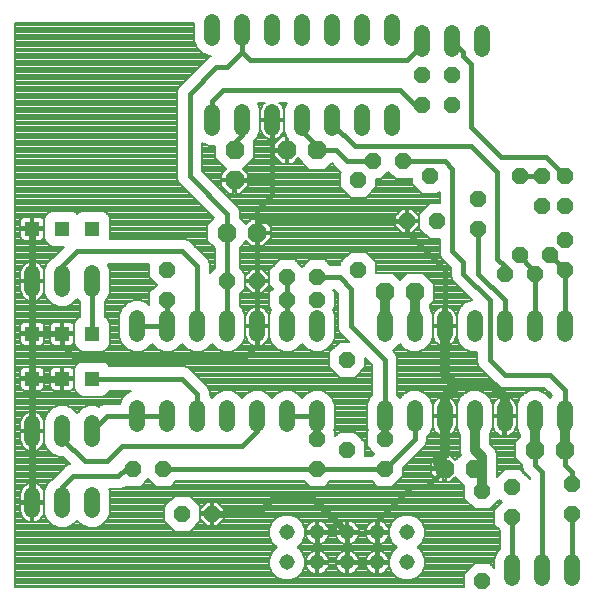
<source format=gbl>
G75*
%MOIN*%
%OFA0B0*%
%FSLAX24Y24*%
%IPPOS*%
%LPD*%
%AMOC8*
5,1,8,0,0,1.08239X$1,22.5*
%
%ADD10C,0.0520*%
%ADD11OC8,0.0520*%
%ADD12OC8,0.0630*%
%ADD13R,0.0515X0.0515*%
%ADD14C,0.0515*%
%ADD15C,0.0240*%
%ADD16C,0.0160*%
%ADD17C,0.0320*%
%ADD18C,0.0080*%
D10*
X001140Y003130D02*
X001140Y003650D01*
X002140Y003650D02*
X002140Y003130D01*
X003140Y003130D02*
X003140Y003650D01*
X003140Y005505D02*
X003140Y006025D01*
X002140Y006025D02*
X002140Y005505D01*
X001140Y005505D02*
X001140Y006025D01*
X004640Y006005D02*
X004640Y006525D01*
X005640Y006525D02*
X005640Y006005D01*
X006640Y006005D02*
X006640Y006525D01*
X007640Y006525D02*
X007640Y006005D01*
X008640Y006005D02*
X008640Y006525D01*
X009640Y006525D02*
X009640Y006005D01*
X010640Y006005D02*
X010640Y006525D01*
X012890Y006525D02*
X012890Y006005D01*
X013890Y006005D02*
X013890Y006525D01*
X014890Y006525D02*
X014890Y006005D01*
X015890Y006005D02*
X015890Y006525D01*
X016890Y006525D02*
X016890Y006005D01*
X017890Y006005D02*
X017890Y006525D01*
X018890Y006525D02*
X018890Y006005D01*
X018890Y009005D02*
X018890Y009525D01*
X017890Y009525D02*
X017890Y009005D01*
X016890Y009005D02*
X016890Y009525D01*
X015890Y009525D02*
X015890Y009005D01*
X014890Y009005D02*
X014890Y009525D01*
X013890Y009525D02*
X013890Y009005D01*
X012890Y009005D02*
X012890Y009525D01*
X010640Y009525D02*
X010640Y009005D01*
X009640Y009005D02*
X009640Y009525D01*
X008640Y009525D02*
X008640Y009005D01*
X007640Y009005D02*
X007640Y009525D01*
X006640Y009525D02*
X006640Y009005D01*
X005640Y009005D02*
X005640Y009525D01*
X004640Y009525D02*
X004640Y009005D01*
X003140Y010505D02*
X003140Y011025D01*
X002140Y011025D02*
X002140Y010505D01*
X001140Y010505D02*
X001140Y011025D01*
X007140Y015880D02*
X007140Y016400D01*
X008140Y016400D02*
X008140Y015880D01*
X009140Y015880D02*
X009140Y016400D01*
X010140Y016400D02*
X010140Y015880D01*
X011140Y015880D02*
X011140Y016400D01*
X012140Y016400D02*
X012140Y015880D01*
X013140Y015880D02*
X013140Y016400D01*
X014140Y018505D02*
X014140Y019025D01*
X015140Y019025D02*
X015140Y018505D01*
X016140Y018505D02*
X016140Y019025D01*
X013140Y018880D02*
X013140Y019400D01*
X012140Y019400D02*
X012140Y018880D01*
X011140Y018880D02*
X011140Y019400D01*
X010140Y019400D02*
X010140Y018880D01*
X009140Y018880D02*
X009140Y019400D01*
X008140Y019400D02*
X008140Y018880D01*
X007140Y018880D02*
X007140Y019400D01*
X017140Y001400D02*
X017140Y000880D01*
X018140Y000880D02*
X018140Y001400D01*
X019140Y001400D02*
X019140Y000880D01*
D11*
X017140Y002890D03*
X017140Y003890D03*
X016140Y003765D03*
X016140Y000765D03*
X019140Y003015D03*
X019140Y004015D03*
X012890Y004515D03*
X012890Y005515D03*
X011640Y005140D03*
X010640Y005515D03*
X010640Y004515D03*
X011640Y008140D03*
X010640Y010140D03*
X010640Y010890D03*
X009640Y010890D03*
X009640Y010140D03*
X008640Y010765D03*
X007640Y010765D03*
X005640Y011140D03*
X005640Y010140D03*
X005515Y004515D03*
X004515Y004515D03*
X006140Y003015D03*
X007140Y003015D03*
X012015Y011140D03*
X013640Y012765D03*
X014640Y012765D03*
X016015Y012515D03*
X016015Y013515D03*
X017390Y014265D03*
X018140Y014265D03*
X018890Y014265D03*
X018890Y013265D03*
X018140Y013265D03*
X018890Y012140D03*
X018390Y011640D03*
X018890Y011140D03*
X017890Y011015D03*
X017390Y011640D03*
X016890Y011015D03*
X014390Y014265D03*
X013515Y014765D03*
X012515Y014765D03*
X012015Y014140D03*
X014140Y016640D03*
X014140Y017640D03*
X015140Y017640D03*
X015140Y016640D03*
D12*
X010640Y015140D03*
X009640Y015140D03*
X007890Y015140D03*
X007890Y014140D03*
X007630Y012379D03*
X008630Y012379D03*
X012890Y010390D03*
X013890Y010390D03*
X017890Y005140D03*
X018890Y005140D03*
X015890Y004515D03*
X014890Y004515D03*
D13*
X003140Y007515D03*
X002140Y007515D03*
X001140Y007515D03*
X001140Y009015D03*
X002140Y009015D03*
X003140Y009015D03*
X003140Y012515D03*
X002140Y012515D03*
X001140Y012515D03*
D14*
X009640Y002390D03*
X009640Y001390D03*
X010640Y001390D03*
X010640Y002390D03*
X011640Y002390D03*
X011640Y001390D03*
X012640Y001390D03*
X012640Y002390D03*
X013640Y002390D03*
X013640Y001390D03*
D15*
X011640Y002390D02*
X010515Y003515D01*
X009140Y003515D01*
X008640Y003015D01*
X007140Y003015D01*
X002140Y007515D02*
X001140Y007515D01*
X001140Y005765D01*
X001140Y003390D01*
X001140Y012515D01*
X001140Y010765D02*
X001140Y009015D01*
X001140Y007515D01*
D16*
X002140Y008640D02*
X002640Y008140D01*
X008140Y008140D01*
X008640Y008640D01*
X008640Y009265D01*
X008640Y010765D01*
X008640Y012765D01*
X008640Y013140D01*
X009140Y013640D01*
X009140Y014140D01*
X009140Y015140D01*
X009640Y015140D01*
X009140Y015140D02*
X009140Y016140D01*
X008140Y016140D02*
X008140Y015640D01*
X007890Y015390D01*
X007890Y015140D01*
X007890Y014140D02*
X009140Y014140D01*
X008640Y012765D02*
X008630Y012755D01*
X008630Y012379D01*
X008640Y012765D02*
X013640Y012765D01*
X013640Y012390D01*
X014890Y011140D01*
X014890Y009265D01*
X016390Y010140D02*
X015515Y011015D01*
X015515Y011390D01*
X015140Y011765D01*
X015140Y014515D01*
X014890Y014765D01*
X013515Y014765D01*
X012515Y014765D02*
X011640Y014765D01*
X011265Y015140D01*
X010640Y015140D01*
X010515Y015265D01*
X010515Y015390D01*
X010140Y015765D01*
X010140Y016140D01*
X011140Y016140D02*
X011140Y016015D01*
X011890Y015265D01*
X015765Y015265D01*
X016640Y014390D01*
X016640Y011515D01*
X016890Y011265D01*
X016890Y011015D01*
X017390Y011640D02*
X017890Y011015D01*
X017890Y009265D01*
X016890Y009265D02*
X016890Y010140D01*
X016015Y011015D01*
X016015Y012515D01*
X017390Y014265D02*
X018140Y014265D01*
X018265Y014890D02*
X018890Y014265D01*
X018265Y014890D02*
X016765Y014890D01*
X015765Y015890D01*
X015765Y018015D01*
X015515Y018265D01*
X015515Y018390D01*
X015140Y018765D01*
X014140Y018765D02*
X014140Y018640D01*
X013640Y018140D01*
X008390Y018140D01*
X008140Y018390D01*
X007640Y017890D01*
X007265Y017890D01*
X006390Y017015D01*
X006390Y014265D01*
X007640Y013015D01*
X007640Y012389D01*
X007630Y012379D01*
X007640Y012379D01*
X007640Y010765D01*
X007640Y009265D01*
X006640Y009265D02*
X006640Y011265D01*
X006140Y011765D01*
X002640Y011765D01*
X002140Y011265D01*
X002140Y010765D01*
X003140Y010765D02*
X003140Y009015D01*
X002140Y009015D02*
X002140Y008640D01*
X002140Y009015D02*
X001140Y009015D01*
X003140Y007515D02*
X006140Y007515D01*
X006640Y007015D01*
X006640Y006265D01*
X005640Y006265D02*
X004640Y006265D01*
X003640Y006265D01*
X003140Y005765D01*
X002140Y005765D02*
X002140Y005515D01*
X002890Y004765D01*
X003640Y004765D01*
X004140Y005265D01*
X008140Y005265D01*
X008640Y005765D01*
X008640Y006265D01*
X009640Y006265D02*
X010640Y006265D01*
X010640Y005515D01*
X010640Y004515D02*
X005515Y004515D01*
X004515Y004515D02*
X004265Y004515D01*
X004015Y004265D01*
X002515Y004265D01*
X002140Y003890D01*
X002140Y003390D01*
X004640Y009265D02*
X005640Y009265D01*
X005640Y010140D01*
X009640Y010140D02*
X009640Y009265D01*
X009640Y010140D02*
X009640Y010890D01*
X010640Y010890D02*
X011390Y010890D01*
X011765Y010515D01*
X011765Y009265D01*
X012890Y008140D01*
X012890Y006265D01*
X012890Y005515D01*
X012890Y004515D02*
X013890Y005515D01*
X013890Y006265D01*
X012890Y004515D02*
X010640Y004515D01*
X012640Y002765D02*
X013765Y003890D01*
X014265Y003890D01*
X014890Y004515D01*
X012640Y002765D02*
X012640Y002390D01*
X012640Y001390D01*
X011640Y001390D01*
X011640Y002390D01*
X010640Y002390D01*
X010640Y001390D01*
X016890Y007640D02*
X018390Y007640D01*
X018890Y007140D01*
X018890Y006265D01*
X018890Y005140D02*
X018890Y004640D01*
X019140Y004390D01*
X019140Y004015D01*
X019140Y003015D02*
X019140Y001140D01*
X018140Y001140D02*
X018140Y004390D01*
X017890Y004640D01*
X017890Y005140D01*
X017140Y002890D02*
X017140Y001140D01*
X016890Y007640D02*
X016390Y008140D01*
X016390Y010140D01*
X018390Y011640D02*
X018890Y011140D01*
X018890Y009265D01*
X014140Y016640D02*
X013890Y016640D01*
X013390Y017140D01*
X007515Y017140D01*
X007140Y016765D01*
X007140Y016140D01*
X008140Y018390D02*
X008140Y019140D01*
D17*
X012890Y010390D02*
X012890Y009265D01*
X013890Y009265D02*
X013890Y010390D01*
X014890Y009265D02*
X014890Y007640D01*
X015265Y007265D01*
X014890Y006890D01*
X014890Y006265D01*
X014890Y005015D01*
X014640Y004765D01*
X014890Y004515D01*
X015890Y004515D02*
X016140Y004765D01*
X016140Y004890D01*
X015890Y005140D01*
X015890Y006265D01*
X016890Y006265D02*
X016890Y006890D01*
X016515Y007265D01*
X015265Y007265D01*
X016140Y004765D02*
X016140Y003765D01*
X017890Y005140D02*
X017890Y006265D01*
X018890Y006265D02*
X018890Y005140D01*
D18*
X000580Y000580D02*
X000580Y019385D01*
X006540Y019385D01*
X006540Y018761D01*
X006631Y018540D01*
X006800Y018371D01*
X007021Y018280D01*
X007109Y018280D01*
X007027Y018246D01*
X006034Y017253D01*
X000580Y017253D01*
X000580Y017175D02*
X006001Y017175D01*
X005970Y017099D02*
X006034Y017253D01*
X006113Y017332D02*
X000580Y017332D01*
X000580Y017410D02*
X006191Y017410D01*
X006270Y017489D02*
X000580Y017489D01*
X000580Y017567D02*
X006348Y017567D01*
X006427Y017646D02*
X000580Y017646D01*
X000580Y017724D02*
X006505Y017724D01*
X006584Y017803D02*
X000580Y017803D01*
X000580Y017881D02*
X006662Y017881D01*
X006741Y017960D02*
X000580Y017960D01*
X000580Y018038D02*
X006819Y018038D01*
X006898Y018117D02*
X000580Y018117D01*
X000580Y018195D02*
X006976Y018195D01*
X007093Y018274D02*
X000580Y018274D01*
X000580Y018352D02*
X006847Y018352D01*
X006741Y018431D02*
X000580Y018431D01*
X000580Y018509D02*
X006662Y018509D01*
X006612Y018588D02*
X000580Y018588D01*
X000580Y018666D02*
X006579Y018666D01*
X006547Y018745D02*
X000580Y018745D01*
X000580Y018823D02*
X006540Y018823D01*
X006540Y018902D02*
X000580Y018902D01*
X000580Y018980D02*
X006540Y018980D01*
X006540Y019059D02*
X000580Y019059D01*
X000580Y019137D02*
X006540Y019137D01*
X006540Y019216D02*
X000580Y019216D01*
X000580Y019294D02*
X006540Y019294D01*
X006540Y019373D02*
X000580Y019373D01*
X000580Y017096D02*
X005970Y017096D01*
X005970Y017099D02*
X005970Y014181D01*
X006034Y014027D01*
X007193Y012868D01*
X006975Y012650D01*
X006975Y012108D01*
X007220Y011863D01*
X007220Y011194D01*
X007060Y011034D01*
X007060Y011349D01*
X006996Y011503D01*
X006878Y011621D01*
X006378Y012121D01*
X006224Y012185D01*
X003735Y012185D01*
X003737Y012190D01*
X003737Y012840D01*
X003686Y012965D01*
X003590Y013061D01*
X003465Y013112D01*
X002815Y013112D01*
X002690Y013061D01*
X002640Y013011D01*
X002590Y013061D01*
X002465Y013112D01*
X001815Y013112D01*
X001690Y013061D01*
X001594Y012965D01*
X001543Y012840D01*
X001543Y012190D01*
X001594Y012065D01*
X001690Y011969D01*
X001815Y011918D01*
X002199Y011918D01*
X001825Y011544D01*
X001800Y011534D01*
X001631Y011365D01*
X001540Y011144D01*
X001540Y010386D01*
X001631Y010165D01*
X001800Y009996D01*
X002021Y009905D01*
X002259Y009905D01*
X002480Y009996D01*
X002640Y010156D01*
X002720Y010076D01*
X002720Y009573D01*
X002690Y009561D01*
X002594Y009465D01*
X002543Y009340D01*
X002543Y008690D01*
X002594Y008565D01*
X002690Y008469D01*
X002815Y008418D01*
X003465Y008418D01*
X003590Y008469D01*
X003686Y008565D01*
X003737Y008690D01*
X003737Y009340D01*
X003686Y009465D01*
X003590Y009561D01*
X003560Y009573D01*
X003560Y010076D01*
X003649Y010165D01*
X003740Y010386D01*
X003740Y011144D01*
X003657Y011345D01*
X005040Y011345D01*
X005040Y010891D01*
X005291Y010640D01*
X005040Y010389D01*
X005040Y009974D01*
X004980Y010034D01*
X004759Y010125D01*
X004521Y010125D01*
X004300Y010034D01*
X004131Y009865D01*
X004040Y009644D01*
X004040Y008886D01*
X004131Y008665D01*
X004300Y008496D01*
X004521Y008405D01*
X004759Y008405D01*
X004980Y008496D01*
X005140Y008656D01*
X005300Y008496D01*
X005521Y008405D01*
X005759Y008405D01*
X005980Y008496D01*
X006140Y008656D01*
X006300Y008496D01*
X006521Y008405D01*
X006759Y008405D01*
X006980Y008496D01*
X007140Y008656D01*
X007300Y008496D01*
X007521Y008405D01*
X007759Y008405D01*
X007980Y008496D01*
X008149Y008665D01*
X008240Y008886D01*
X008240Y009644D01*
X008149Y009865D01*
X008060Y009954D01*
X008060Y010336D01*
X008240Y010516D01*
X008240Y011014D01*
X008060Y011194D01*
X008060Y011883D01*
X008272Y012094D01*
X008442Y011924D01*
X008590Y011924D01*
X008590Y012339D01*
X008670Y012339D01*
X008670Y011924D01*
X008819Y011924D01*
X009085Y012191D01*
X009085Y012339D01*
X008670Y012339D01*
X008670Y012419D01*
X009085Y012419D01*
X009085Y012568D01*
X008819Y012834D01*
X008670Y012834D01*
X008670Y012419D01*
X008590Y012419D01*
X008590Y012834D01*
X008442Y012834D01*
X008272Y012664D01*
X008060Y012876D01*
X008060Y013099D01*
X007996Y013253D01*
X007878Y013371D01*
X006810Y014439D01*
X006810Y015367D01*
X007021Y015280D01*
X007235Y015280D01*
X007235Y014869D01*
X007605Y014499D01*
X007435Y014328D01*
X007435Y014180D01*
X007850Y014180D01*
X007850Y014100D01*
X007930Y014100D01*
X007930Y014180D01*
X008345Y014180D01*
X008345Y014328D01*
X008175Y014499D01*
X008545Y014869D01*
X008545Y015411D01*
X008532Y015424D01*
X008649Y015540D01*
X008740Y015761D01*
X008740Y016519D01*
X008657Y016720D01*
X008899Y016720D01*
X008885Y016711D01*
X008829Y016655D01*
X008786Y016589D01*
X008755Y016517D01*
X008740Y016439D01*
X008740Y016180D01*
X009100Y016180D01*
X009100Y016100D01*
X009180Y016100D01*
X009180Y016180D01*
X009540Y016180D01*
X009540Y016439D01*
X009525Y016517D01*
X009494Y016589D01*
X009451Y016655D01*
X009395Y016711D01*
X009381Y016720D01*
X009623Y016720D01*
X009540Y016519D01*
X009540Y015761D01*
X009631Y015540D01*
X009680Y015491D01*
X009680Y015180D01*
X009600Y015180D01*
X009600Y015595D01*
X009452Y015595D01*
X009185Y015328D01*
X009185Y015180D01*
X009600Y015180D01*
X009600Y015100D01*
X009680Y015100D01*
X009680Y014685D01*
X009828Y014685D01*
X009999Y014855D01*
X010369Y014485D01*
X010911Y014485D01*
X011119Y014692D01*
X011284Y014527D01*
X011402Y014409D01*
X011426Y014399D01*
X011415Y014389D01*
X011415Y013891D01*
X011766Y013540D01*
X012264Y013540D01*
X012615Y013891D01*
X012615Y014165D01*
X012764Y014165D01*
X013015Y014416D01*
X013266Y014165D01*
X013764Y014165D01*
X013790Y014191D01*
X013790Y014016D01*
X014141Y013665D01*
X014639Y013665D01*
X014720Y013746D01*
X014720Y013365D01*
X014391Y013365D01*
X014040Y013014D01*
X014040Y012516D01*
X014391Y012165D01*
X014720Y012165D01*
X014720Y011681D01*
X014784Y011527D01*
X015095Y011216D01*
X015095Y010931D01*
X015159Y010777D01*
X015811Y010125D01*
X015771Y010125D01*
X015550Y010034D01*
X015381Y009865D01*
X015290Y009644D01*
X015290Y008886D01*
X015381Y008665D01*
X015550Y008496D01*
X015771Y008405D01*
X015970Y008405D01*
X015970Y008056D01*
X016034Y007902D01*
X016534Y007402D01*
X016652Y007284D01*
X016806Y007220D01*
X018216Y007220D01*
X018470Y006966D01*
X018470Y006954D01*
X018390Y006874D01*
X018230Y007034D01*
X018009Y007125D01*
X017771Y007125D01*
X017550Y007034D01*
X017381Y006865D01*
X017290Y006644D01*
X017290Y005886D01*
X017381Y005665D01*
X017390Y005656D01*
X017390Y005566D01*
X017235Y005411D01*
X017235Y004869D01*
X017470Y004634D01*
X017470Y004556D01*
X017534Y004402D01*
X017652Y004284D01*
X017720Y004216D01*
X017720Y004159D01*
X017389Y004490D01*
X016891Y004490D01*
X016640Y004239D01*
X016640Y004989D01*
X016564Y005173D01*
X016390Y005347D01*
X016390Y005656D01*
X016399Y005665D01*
X016490Y005886D01*
X016490Y006644D01*
X016399Y006865D01*
X016230Y007034D01*
X016009Y007125D01*
X015771Y007125D01*
X015550Y007034D01*
X015381Y006865D01*
X015290Y006644D01*
X015290Y005886D01*
X015381Y005665D01*
X015390Y005656D01*
X015390Y005041D01*
X015419Y004970D01*
X015249Y004800D01*
X015078Y004970D01*
X014930Y004970D01*
X014930Y004555D01*
X014850Y004555D01*
X014850Y004970D01*
X014702Y004970D01*
X014435Y004703D01*
X014435Y004555D01*
X014850Y004555D01*
X014850Y004475D01*
X014930Y004475D01*
X014930Y004060D01*
X015078Y004060D01*
X015249Y004230D01*
X015540Y003939D01*
X015540Y003516D01*
X015891Y003165D01*
X016389Y003165D01*
X016703Y003479D01*
X016791Y003390D01*
X016540Y003139D01*
X016540Y002641D01*
X016720Y002461D01*
X016720Y001829D01*
X016631Y001740D01*
X016540Y001519D01*
X016540Y001214D01*
X016389Y001365D01*
X015891Y001365D01*
X015540Y001014D01*
X015540Y000580D01*
X000580Y000580D01*
X000580Y000611D02*
X015540Y000611D01*
X015540Y000690D02*
X000580Y000690D01*
X000580Y000768D02*
X015540Y000768D01*
X015540Y000847D02*
X013889Y000847D01*
X013978Y000883D02*
X013759Y000793D01*
X013521Y000793D01*
X013302Y000883D01*
X013133Y001052D01*
X013043Y001271D01*
X013043Y001509D01*
X013133Y001728D01*
X013295Y001890D01*
X013133Y002052D01*
X013043Y002271D01*
X013043Y002509D01*
X013133Y002728D01*
X013302Y002897D01*
X013521Y002987D01*
X013759Y002987D01*
X013978Y002897D01*
X014147Y002728D01*
X014237Y002509D01*
X014237Y002271D01*
X014147Y002052D01*
X013985Y001890D01*
X014147Y001728D01*
X014237Y001509D01*
X014237Y001271D01*
X014147Y001052D01*
X013978Y000883D01*
X014020Y000925D02*
X015540Y000925D01*
X015540Y001004D02*
X014098Y001004D01*
X014159Y001082D02*
X015608Y001082D01*
X015687Y001161D02*
X014192Y001161D01*
X014224Y001239D02*
X015765Y001239D01*
X015844Y001318D02*
X014237Y001318D01*
X014237Y001396D02*
X016540Y001396D01*
X016540Y001318D02*
X016436Y001318D01*
X016515Y001239D02*
X016540Y001239D01*
X016540Y001475D02*
X014237Y001475D01*
X014219Y001553D02*
X016554Y001553D01*
X016586Y001632D02*
X014187Y001632D01*
X014154Y001710D02*
X016619Y001710D01*
X016680Y001789D02*
X014086Y001789D01*
X014008Y001867D02*
X016720Y001867D01*
X016720Y001946D02*
X014040Y001946D01*
X014119Y002024D02*
X016720Y002024D01*
X016720Y002103D02*
X014168Y002103D01*
X014200Y002181D02*
X016720Y002181D01*
X016720Y002260D02*
X014233Y002260D01*
X014237Y002338D02*
X016720Y002338D01*
X016720Y002417D02*
X014237Y002417D01*
X014237Y002495D02*
X016686Y002495D01*
X016608Y002574D02*
X014211Y002574D01*
X014178Y002652D02*
X016540Y002652D01*
X016540Y002731D02*
X014144Y002731D01*
X014066Y002809D02*
X016540Y002809D01*
X016540Y002888D02*
X013987Y002888D01*
X013811Y002966D02*
X016540Y002966D01*
X016540Y003045D02*
X007180Y003045D01*
X007180Y003055D02*
X007540Y003055D01*
X007540Y003181D01*
X007306Y003415D01*
X007180Y003415D01*
X007180Y003055D01*
X007180Y002975D01*
X007540Y002975D01*
X007540Y002849D01*
X007306Y002615D01*
X007180Y002615D01*
X007180Y002975D01*
X007100Y002975D01*
X007100Y002615D01*
X006974Y002615D01*
X006740Y002849D01*
X006740Y002975D01*
X007100Y002975D01*
X007100Y003055D01*
X007100Y003415D01*
X006974Y003415D01*
X006740Y003181D01*
X006740Y003055D01*
X007100Y003055D01*
X007180Y003055D01*
X007180Y003123D02*
X007100Y003123D01*
X007100Y003045D02*
X006740Y003045D01*
X006740Y003123D02*
X006740Y003123D01*
X006740Y003202D02*
X006761Y003202D01*
X006740Y003264D02*
X006389Y003615D01*
X005891Y003615D01*
X005540Y003264D01*
X005540Y002766D01*
X005891Y002415D01*
X006389Y002415D01*
X006740Y002766D01*
X006740Y003264D01*
X006724Y003280D02*
X006839Y003280D01*
X006918Y003359D02*
X006645Y003359D01*
X006567Y003437D02*
X015619Y003437D01*
X015541Y003516D02*
X006488Y003516D01*
X006410Y003594D02*
X015540Y003594D01*
X015540Y003673D02*
X003740Y003673D01*
X003740Y003751D02*
X015540Y003751D01*
X015540Y003830D02*
X003715Y003830D01*
X003709Y003845D02*
X004099Y003845D01*
X004253Y003909D01*
X004263Y003919D01*
X004266Y003915D01*
X004764Y003915D01*
X005015Y004166D01*
X005266Y003915D01*
X005764Y003915D01*
X005944Y004095D01*
X010211Y004095D01*
X010391Y003915D01*
X010889Y003915D01*
X011069Y004095D01*
X012461Y004095D01*
X012641Y003915D01*
X013139Y003915D01*
X013490Y004266D01*
X013490Y004521D01*
X014128Y005159D01*
X014246Y005277D01*
X014310Y005431D01*
X014310Y005576D01*
X014399Y005665D01*
X014490Y005886D01*
X014490Y006644D01*
X014399Y006865D01*
X014230Y007034D01*
X014009Y007125D01*
X013771Y007125D01*
X013550Y007034D01*
X013390Y006874D01*
X013310Y006954D01*
X013310Y008224D01*
X013246Y008378D01*
X013158Y008466D01*
X013230Y008496D01*
X013390Y008656D01*
X013550Y008496D01*
X013771Y008405D01*
X014009Y008405D01*
X014230Y008496D01*
X014399Y008665D01*
X014490Y008886D01*
X014490Y009644D01*
X014399Y009865D01*
X014390Y009874D01*
X014692Y009874D01*
X014701Y009879D02*
X014635Y009836D01*
X014579Y009780D01*
X014536Y009714D01*
X014505Y009642D01*
X014490Y009564D01*
X014490Y009305D01*
X014850Y009305D01*
X014850Y009925D01*
X014773Y009910D01*
X014701Y009879D01*
X014595Y009796D02*
X014427Y009796D01*
X014460Y009717D02*
X014537Y009717D01*
X014505Y009639D02*
X014490Y009639D01*
X014490Y009560D02*
X014490Y009560D01*
X014490Y009482D02*
X014490Y009482D01*
X014490Y009403D02*
X014490Y009403D01*
X014490Y009325D02*
X014490Y009325D01*
X014490Y009246D02*
X014850Y009246D01*
X014850Y009225D02*
X014490Y009225D01*
X014490Y008966D01*
X014505Y008888D01*
X014536Y008816D01*
X014579Y008750D01*
X014635Y008694D01*
X014701Y008651D01*
X014773Y008620D01*
X014850Y008605D01*
X014850Y009225D01*
X014930Y009225D01*
X014930Y009305D01*
X015290Y009305D01*
X015290Y009564D01*
X015275Y009642D01*
X015244Y009714D01*
X015201Y009780D01*
X015145Y009836D01*
X015079Y009879D01*
X015007Y009910D01*
X014930Y009925D01*
X014930Y009305D01*
X014850Y009305D01*
X014850Y009225D01*
X014850Y009168D02*
X014930Y009168D01*
X014930Y009225D02*
X014930Y008605D01*
X015007Y008620D01*
X015079Y008651D01*
X015145Y008694D01*
X015201Y008750D01*
X015244Y008816D01*
X015275Y008888D01*
X015290Y008966D01*
X015290Y009225D01*
X014930Y009225D01*
X014930Y009246D02*
X015290Y009246D01*
X015290Y009168D02*
X015290Y009168D01*
X015290Y009089D02*
X015290Y009089D01*
X015290Y009011D02*
X015290Y009011D01*
X015283Y008932D02*
X015290Y008932D01*
X015303Y008854D02*
X015260Y008854D01*
X015217Y008775D02*
X015336Y008775D01*
X015368Y008697D02*
X015147Y008697D01*
X014995Y008618D02*
X015428Y008618D01*
X015507Y008540D02*
X014273Y008540D01*
X014352Y008618D02*
X014785Y008618D01*
X014850Y008618D02*
X014930Y008618D01*
X014930Y008697D02*
X014850Y008697D01*
X014850Y008775D02*
X014930Y008775D01*
X014930Y008854D02*
X014850Y008854D01*
X014850Y008932D02*
X014930Y008932D01*
X014930Y009011D02*
X014850Y009011D01*
X014850Y009089D02*
X014930Y009089D01*
X014930Y009325D02*
X014850Y009325D01*
X014850Y009403D02*
X014930Y009403D01*
X014930Y009482D02*
X014850Y009482D01*
X014850Y009560D02*
X014930Y009560D01*
X014930Y009639D02*
X014850Y009639D01*
X014850Y009717D02*
X014930Y009717D01*
X014930Y009796D02*
X014850Y009796D01*
X014850Y009874D02*
X014930Y009874D01*
X015088Y009874D02*
X015391Y009874D01*
X015353Y009796D02*
X015185Y009796D01*
X015243Y009717D02*
X015320Y009717D01*
X015290Y009639D02*
X015275Y009639D01*
X015290Y009560D02*
X015290Y009560D01*
X015290Y009482D02*
X015290Y009482D01*
X015290Y009403D02*
X015290Y009403D01*
X015290Y009325D02*
X015290Y009325D01*
X015469Y009953D02*
X014390Y009953D01*
X014390Y009964D02*
X014545Y010119D01*
X014545Y010661D01*
X014161Y011045D01*
X013619Y011045D01*
X013390Y010816D01*
X013161Y011045D01*
X012619Y011045D01*
X012615Y011041D01*
X012615Y011389D01*
X012264Y011740D01*
X011766Y011740D01*
X011415Y011389D01*
X011415Y011310D01*
X011069Y011310D01*
X010889Y011490D01*
X010391Y011490D01*
X010140Y011239D01*
X009889Y011490D01*
X009391Y011490D01*
X009040Y011139D01*
X009040Y010641D01*
X009166Y010515D01*
X009040Y010389D01*
X009040Y009891D01*
X009112Y009819D01*
X009040Y009644D01*
X009040Y008886D01*
X009131Y008665D01*
X009300Y008496D01*
X009521Y008405D01*
X009759Y008405D01*
X009980Y008496D01*
X010140Y008656D01*
X010300Y008496D01*
X010521Y008405D01*
X010759Y008405D01*
X010980Y008496D01*
X011149Y008665D01*
X011240Y008886D01*
X011240Y009644D01*
X011168Y009819D01*
X011240Y009891D01*
X011240Y010389D01*
X011159Y010470D01*
X011216Y010470D01*
X011345Y010341D01*
X011345Y009181D01*
X011409Y009027D01*
X011527Y008909D01*
X011527Y008909D01*
X011696Y008740D01*
X011391Y008740D01*
X011040Y008389D01*
X011040Y007891D01*
X011391Y007540D01*
X011889Y007540D01*
X012240Y007891D01*
X012240Y008196D01*
X012470Y007966D01*
X012470Y006954D01*
X012381Y006865D01*
X012290Y006644D01*
X012290Y005886D01*
X012326Y005799D01*
X012290Y005764D01*
X012290Y005266D01*
X012541Y005015D01*
X012461Y004935D01*
X012240Y004935D01*
X012240Y005389D01*
X011889Y005740D01*
X011391Y005740D01*
X011240Y005589D01*
X011240Y005764D01*
X011204Y005799D01*
X011240Y005886D01*
X011240Y006644D01*
X011149Y006865D01*
X010980Y007034D01*
X010759Y007125D01*
X010521Y007125D01*
X010300Y007034D01*
X010140Y006874D01*
X009980Y007034D01*
X009759Y007125D01*
X009521Y007125D01*
X009300Y007034D01*
X009140Y006874D01*
X008980Y007034D01*
X008759Y007125D01*
X008521Y007125D01*
X008300Y007034D01*
X008140Y006874D01*
X007980Y007034D01*
X007759Y007125D01*
X007521Y007125D01*
X007300Y007034D01*
X007140Y006874D01*
X007060Y006954D01*
X007060Y007099D01*
X006996Y007253D01*
X006878Y007371D01*
X006378Y007871D01*
X006224Y007935D01*
X003698Y007935D01*
X003686Y007965D01*
X003590Y008061D01*
X003465Y008112D01*
X002815Y008112D01*
X002690Y008061D01*
X002594Y007965D01*
X002543Y007840D01*
X002543Y007190D01*
X002594Y007065D01*
X002690Y006969D01*
X002815Y006918D01*
X003465Y006918D01*
X003590Y006969D01*
X003686Y007065D01*
X003698Y007095D01*
X004448Y007095D01*
X004300Y007034D01*
X004131Y006865D01*
X004057Y006685D01*
X003556Y006685D01*
X003402Y006621D01*
X003363Y006582D01*
X003259Y006625D01*
X003021Y006625D01*
X002800Y006534D01*
X002640Y006374D01*
X002480Y006534D01*
X002259Y006625D01*
X002021Y006625D01*
X001800Y006534D01*
X001631Y006365D01*
X001540Y006144D01*
X001540Y005386D01*
X001631Y005165D01*
X001800Y004996D01*
X002021Y004905D01*
X002156Y004905D01*
X002392Y004669D01*
X002277Y004621D01*
X002159Y004503D01*
X001825Y004169D01*
X001800Y004159D01*
X001631Y003990D01*
X001540Y003769D01*
X001540Y003011D01*
X001631Y002790D01*
X001800Y002621D01*
X002021Y002530D01*
X002259Y002530D01*
X002480Y002621D01*
X002640Y002781D01*
X002800Y002621D01*
X003021Y002530D01*
X003259Y002530D01*
X003480Y002621D01*
X003649Y002790D01*
X003740Y003011D01*
X003740Y003769D01*
X003709Y003845D01*
X003740Y003594D02*
X005870Y003594D01*
X005792Y003516D02*
X003740Y003516D01*
X003740Y003437D02*
X005713Y003437D01*
X005635Y003359D02*
X003740Y003359D01*
X003740Y003280D02*
X005556Y003280D01*
X005540Y003202D02*
X003740Y003202D01*
X003740Y003123D02*
X005540Y003123D01*
X005540Y003045D02*
X003740Y003045D01*
X003722Y002966D02*
X005540Y002966D01*
X005540Y002888D02*
X003689Y002888D01*
X003656Y002809D02*
X005540Y002809D01*
X005576Y002731D02*
X003589Y002731D01*
X003511Y002652D02*
X005654Y002652D01*
X005733Y002574D02*
X003364Y002574D01*
X002916Y002574D02*
X002364Y002574D01*
X002511Y002652D02*
X002769Y002652D01*
X002691Y002731D02*
X002589Y002731D01*
X001916Y002574D02*
X000580Y002574D01*
X000580Y002652D02*
X001769Y002652D01*
X001691Y002731D02*
X001182Y002731D01*
X001180Y002731D02*
X001100Y002731D01*
X001100Y002730D02*
X001100Y003350D01*
X000740Y003350D01*
X000740Y003091D01*
X000755Y003013D01*
X000786Y002941D01*
X000829Y002875D01*
X000885Y002819D01*
X000951Y002776D01*
X001023Y002745D01*
X001100Y002730D01*
X001098Y002731D02*
X000580Y002731D01*
X000580Y002809D02*
X000900Y002809D01*
X000821Y002888D02*
X000580Y002888D01*
X000580Y002966D02*
X000775Y002966D01*
X000749Y003045D02*
X000580Y003045D01*
X000580Y003123D02*
X000740Y003123D01*
X000740Y003202D02*
X000580Y003202D01*
X000580Y003280D02*
X000740Y003280D01*
X000740Y003430D02*
X001100Y003430D01*
X001100Y004050D01*
X001023Y004035D01*
X000951Y004004D01*
X000885Y003961D01*
X000829Y003905D01*
X000786Y003839D01*
X000755Y003767D01*
X000740Y003689D01*
X000740Y003430D01*
X000740Y003437D02*
X000580Y003437D01*
X000580Y003359D02*
X001100Y003359D01*
X001100Y003350D02*
X001100Y003430D01*
X001180Y003430D01*
X001180Y004050D01*
X001257Y004035D01*
X001329Y004004D01*
X001395Y003961D01*
X001451Y003905D01*
X001494Y003839D01*
X001525Y003767D01*
X001540Y003689D01*
X001540Y003430D01*
X001180Y003430D01*
X001180Y003350D01*
X001540Y003350D01*
X001540Y003091D01*
X001525Y003013D01*
X001494Y002941D01*
X001451Y002875D01*
X001395Y002819D01*
X001329Y002776D01*
X001257Y002745D01*
X001180Y002730D01*
X001180Y003350D01*
X001100Y003350D01*
X001100Y003280D02*
X001180Y003280D01*
X001180Y003202D02*
X001100Y003202D01*
X001100Y003123D02*
X001180Y003123D01*
X001180Y003045D02*
X001100Y003045D01*
X001100Y002966D02*
X001180Y002966D01*
X001180Y002888D02*
X001100Y002888D01*
X001100Y002809D02*
X001180Y002809D01*
X001380Y002809D02*
X001624Y002809D01*
X001591Y002888D02*
X001459Y002888D01*
X001505Y002966D02*
X001558Y002966D01*
X001540Y003045D02*
X001531Y003045D01*
X001540Y003123D02*
X001540Y003123D01*
X001540Y003202D02*
X001540Y003202D01*
X001540Y003280D02*
X001540Y003280D01*
X001540Y003359D02*
X001180Y003359D01*
X001180Y003437D02*
X001100Y003437D01*
X001100Y003516D02*
X001180Y003516D01*
X001180Y003594D02*
X001100Y003594D01*
X001100Y003673D02*
X001180Y003673D01*
X001180Y003751D02*
X001100Y003751D01*
X001100Y003830D02*
X001180Y003830D01*
X001180Y003908D02*
X001100Y003908D01*
X001100Y003987D02*
X001180Y003987D01*
X001356Y003987D02*
X001630Y003987D01*
X001597Y003908D02*
X001448Y003908D01*
X001499Y003830D02*
X001565Y003830D01*
X001540Y003751D02*
X001528Y003751D01*
X001540Y003673D02*
X001540Y003673D01*
X001540Y003594D02*
X001540Y003594D01*
X001540Y003516D02*
X001540Y003516D01*
X001540Y003437D02*
X001540Y003437D01*
X001706Y004065D02*
X000580Y004065D01*
X000580Y003987D02*
X000924Y003987D01*
X000832Y003908D02*
X000580Y003908D01*
X000580Y003830D02*
X000781Y003830D01*
X000752Y003751D02*
X000580Y003751D01*
X000580Y003673D02*
X000740Y003673D01*
X000740Y003594D02*
X000580Y003594D01*
X000580Y003516D02*
X000740Y003516D01*
X000580Y004144D02*
X001785Y004144D01*
X001878Y004222D02*
X000580Y004222D01*
X000580Y004301D02*
X001957Y004301D01*
X002035Y004379D02*
X000580Y004379D01*
X000580Y004458D02*
X002114Y004458D01*
X002192Y004536D02*
X000580Y004536D01*
X000580Y004615D02*
X002271Y004615D01*
X002368Y004693D02*
X000580Y004693D01*
X000580Y004772D02*
X002290Y004772D01*
X002211Y004850D02*
X000580Y004850D01*
X000580Y004929D02*
X001964Y004929D01*
X001789Y005007D02*
X000580Y005007D01*
X000580Y005086D02*
X001711Y005086D01*
X001632Y005164D02*
X001350Y005164D01*
X001329Y005151D02*
X001395Y005194D01*
X001451Y005250D01*
X001494Y005316D01*
X001525Y005388D01*
X001540Y005466D01*
X001540Y005725D01*
X001180Y005725D01*
X001180Y005805D01*
X001100Y005805D01*
X001100Y006425D01*
X001023Y006410D01*
X000951Y006379D01*
X000885Y006336D01*
X000829Y006280D01*
X000786Y006214D01*
X000755Y006142D01*
X000740Y006064D01*
X000740Y005805D01*
X001100Y005805D01*
X001100Y005725D01*
X000740Y005725D01*
X000740Y005466D01*
X000755Y005388D01*
X000786Y005316D01*
X000829Y005250D01*
X000885Y005194D01*
X000951Y005151D01*
X001023Y005120D01*
X001100Y005105D01*
X001100Y005725D01*
X001180Y005725D01*
X001180Y005105D01*
X001257Y005120D01*
X001329Y005151D01*
X001443Y005243D02*
X001599Y005243D01*
X001567Y005321D02*
X001497Y005321D01*
X001527Y005400D02*
X001540Y005400D01*
X001540Y005478D02*
X001540Y005478D01*
X001540Y005557D02*
X001540Y005557D01*
X001540Y005635D02*
X001540Y005635D01*
X001540Y005714D02*
X001540Y005714D01*
X001540Y005792D02*
X001180Y005792D01*
X001180Y005805D02*
X001540Y005805D01*
X001540Y006064D01*
X001525Y006142D01*
X001494Y006214D01*
X001451Y006280D01*
X001395Y006336D01*
X001329Y006379D01*
X001257Y006410D01*
X001180Y006425D01*
X001180Y005805D01*
X001180Y005871D02*
X001100Y005871D01*
X001100Y005949D02*
X001180Y005949D01*
X001180Y006028D02*
X001100Y006028D01*
X001100Y006106D02*
X001180Y006106D01*
X001180Y006185D02*
X001100Y006185D01*
X001100Y006263D02*
X001180Y006263D01*
X001180Y006342D02*
X001100Y006342D01*
X001100Y006420D02*
X001180Y006420D01*
X001204Y006420D02*
X001686Y006420D01*
X001622Y006342D02*
X001386Y006342D01*
X001462Y006263D02*
X001589Y006263D01*
X001557Y006185D02*
X001507Y006185D01*
X001532Y006106D02*
X001540Y006106D01*
X001540Y006028D02*
X001540Y006028D01*
X001540Y005949D02*
X001540Y005949D01*
X001540Y005871D02*
X001540Y005871D01*
X001180Y005714D02*
X001100Y005714D01*
X001100Y005792D02*
X000580Y005792D01*
X000580Y005714D02*
X000740Y005714D01*
X000740Y005635D02*
X000580Y005635D01*
X000580Y005557D02*
X000740Y005557D01*
X000740Y005478D02*
X000580Y005478D01*
X000580Y005400D02*
X000753Y005400D01*
X000783Y005321D02*
X000580Y005321D01*
X000580Y005243D02*
X000837Y005243D01*
X000930Y005164D02*
X000580Y005164D01*
X001100Y005164D02*
X001180Y005164D01*
X001180Y005243D02*
X001100Y005243D01*
X001100Y005321D02*
X001180Y005321D01*
X001180Y005400D02*
X001100Y005400D01*
X001100Y005478D02*
X001180Y005478D01*
X001180Y005557D02*
X001100Y005557D01*
X001100Y005635D02*
X001180Y005635D01*
X000740Y005871D02*
X000580Y005871D01*
X000580Y005949D02*
X000740Y005949D01*
X000740Y006028D02*
X000580Y006028D01*
X000580Y006106D02*
X000748Y006106D01*
X000773Y006185D02*
X000580Y006185D01*
X000580Y006263D02*
X000818Y006263D01*
X000894Y006342D02*
X000580Y006342D01*
X000580Y006420D02*
X001076Y006420D01*
X000580Y006499D02*
X001765Y006499D01*
X001905Y006577D02*
X000580Y006577D01*
X000580Y006656D02*
X003485Y006656D01*
X003590Y006970D02*
X004236Y006970D01*
X004157Y006891D02*
X000580Y006891D01*
X000580Y006813D02*
X004110Y006813D01*
X004077Y006734D02*
X000580Y006734D01*
X000580Y006970D02*
X002690Y006970D01*
X002611Y007048D02*
X000580Y007048D01*
X000580Y007127D02*
X000830Y007127D01*
X000828Y007127D02*
X000864Y007118D01*
X001101Y007118D01*
X001101Y007476D01*
X000743Y007476D01*
X000743Y007239D01*
X000752Y007203D01*
X000770Y007172D01*
X000797Y007145D01*
X000828Y007127D01*
X000752Y007205D02*
X000580Y007205D01*
X000580Y007284D02*
X000743Y007284D01*
X000743Y007362D02*
X000580Y007362D01*
X000580Y007441D02*
X000743Y007441D01*
X000743Y007554D02*
X001101Y007554D01*
X001101Y007912D01*
X001179Y007912D01*
X001179Y007554D01*
X001101Y007554D01*
X001101Y007476D01*
X001179Y007476D01*
X001179Y007554D01*
X001537Y007554D01*
X001537Y007791D01*
X001528Y007827D01*
X001510Y007858D01*
X001483Y007885D01*
X001452Y007903D01*
X001416Y007912D01*
X001179Y007912D01*
X001101Y007912D02*
X000864Y007912D01*
X000828Y007903D01*
X000797Y007885D01*
X000770Y007858D01*
X000752Y007827D01*
X000743Y007791D01*
X000743Y007554D01*
X000743Y007598D02*
X000580Y007598D01*
X000580Y007676D02*
X000743Y007676D01*
X000743Y007755D02*
X000580Y007755D01*
X000580Y007833D02*
X000756Y007833D01*
X000861Y007912D02*
X000580Y007912D01*
X000580Y007990D02*
X002619Y007990D01*
X002572Y007912D02*
X002419Y007912D01*
X002416Y007912D02*
X002179Y007912D01*
X002101Y007912D01*
X001864Y007912D01*
X001828Y007903D01*
X001797Y007885D01*
X001770Y007858D01*
X001752Y007827D01*
X001743Y007791D01*
X001743Y007554D01*
X002101Y007554D01*
X002101Y007912D01*
X002179Y007912D02*
X002179Y007554D01*
X002101Y007554D01*
X002101Y007476D01*
X001743Y007476D01*
X001743Y007239D01*
X001752Y007203D01*
X001770Y007172D01*
X001797Y007145D01*
X001828Y007127D01*
X001864Y007118D01*
X002101Y007118D01*
X002101Y007476D01*
X002179Y007476D01*
X002179Y007554D01*
X002537Y007554D01*
X002537Y007791D01*
X002528Y007827D01*
X002510Y007858D01*
X002483Y007885D01*
X002452Y007903D01*
X002416Y007912D01*
X002524Y007833D02*
X002543Y007833D01*
X002537Y007755D02*
X002543Y007755D01*
X002537Y007676D02*
X002543Y007676D01*
X002537Y007598D02*
X002543Y007598D01*
X002543Y007519D02*
X002179Y007519D01*
X002179Y007476D02*
X002537Y007476D01*
X002537Y007239D01*
X002528Y007203D01*
X002510Y007172D01*
X002483Y007145D01*
X002452Y007127D01*
X002416Y007118D01*
X002179Y007118D01*
X002179Y007476D01*
X002179Y007441D02*
X002101Y007441D01*
X002101Y007519D02*
X001179Y007519D01*
X001179Y007476D02*
X001537Y007476D01*
X001537Y007239D01*
X001528Y007203D01*
X001510Y007172D01*
X001483Y007145D01*
X001452Y007127D01*
X001416Y007118D01*
X001179Y007118D01*
X001179Y007476D01*
X001179Y007441D02*
X001101Y007441D01*
X001101Y007519D02*
X000580Y007519D01*
X001101Y007598D02*
X001179Y007598D01*
X001179Y007676D02*
X001101Y007676D01*
X001101Y007755D02*
X001179Y007755D01*
X001179Y007833D02*
X001101Y007833D01*
X001419Y007912D02*
X001861Y007912D01*
X001756Y007833D02*
X001524Y007833D01*
X001537Y007755D02*
X001743Y007755D01*
X001743Y007676D02*
X001537Y007676D01*
X001537Y007598D02*
X001743Y007598D01*
X001743Y007441D02*
X001537Y007441D01*
X001537Y007362D02*
X001743Y007362D01*
X001743Y007284D02*
X001537Y007284D01*
X001528Y007205D02*
X001752Y007205D01*
X001830Y007127D02*
X001450Y007127D01*
X001179Y007127D02*
X001101Y007127D01*
X001101Y007205D02*
X001179Y007205D01*
X001179Y007284D02*
X001101Y007284D01*
X001101Y007362D02*
X001179Y007362D01*
X000580Y008069D02*
X002709Y008069D01*
X002710Y008461D02*
X000580Y008461D01*
X000580Y008383D02*
X011040Y008383D01*
X011040Y008304D02*
X000580Y008304D01*
X000580Y008226D02*
X011040Y008226D01*
X011040Y008147D02*
X000580Y008147D01*
X000580Y008540D02*
X002620Y008540D01*
X002572Y008618D02*
X002418Y008618D01*
X002416Y008618D02*
X002452Y008627D01*
X002483Y008645D01*
X002510Y008672D01*
X002528Y008703D01*
X002537Y008739D01*
X002537Y008976D01*
X002179Y008976D01*
X002179Y009054D01*
X002101Y009054D01*
X002101Y009412D01*
X001864Y009412D01*
X001828Y009403D01*
X001797Y009385D01*
X001770Y009358D01*
X001752Y009327D01*
X001743Y009291D01*
X001743Y009054D01*
X002101Y009054D01*
X002101Y008976D01*
X001743Y008976D01*
X001743Y008739D01*
X001752Y008703D01*
X001770Y008672D01*
X001797Y008645D01*
X001828Y008627D01*
X001864Y008618D01*
X002101Y008618D01*
X002179Y008618D01*
X002416Y008618D01*
X002524Y008697D02*
X002543Y008697D01*
X002537Y008775D02*
X002543Y008775D01*
X002537Y008854D02*
X002543Y008854D01*
X002537Y008932D02*
X002543Y008932D01*
X002543Y009011D02*
X002179Y009011D01*
X002179Y008976D02*
X002179Y008618D01*
X002101Y008618D02*
X002101Y008976D01*
X002179Y008976D01*
X002179Y008932D02*
X002101Y008932D01*
X002101Y008854D02*
X002179Y008854D01*
X002179Y008775D02*
X002101Y008775D01*
X002101Y008697D02*
X002179Y008697D01*
X002101Y009011D02*
X001179Y009011D01*
X001179Y008976D02*
X001179Y009054D01*
X001101Y009054D01*
X001101Y009412D01*
X000864Y009412D01*
X000828Y009403D01*
X000797Y009385D01*
X000770Y009358D01*
X000752Y009327D01*
X000743Y009291D01*
X000743Y009054D01*
X001101Y009054D01*
X001101Y008976D01*
X000743Y008976D01*
X000743Y008739D01*
X000752Y008703D01*
X000770Y008672D01*
X000797Y008645D01*
X000828Y008627D01*
X000864Y008618D01*
X001101Y008618D01*
X001179Y008618D01*
X001416Y008618D01*
X001452Y008627D01*
X001483Y008645D01*
X001510Y008672D01*
X001528Y008703D01*
X001537Y008739D01*
X001537Y008976D01*
X001179Y008976D01*
X001179Y008618D01*
X001101Y008618D02*
X001101Y008976D01*
X001179Y008976D01*
X001179Y008932D02*
X001101Y008932D01*
X001101Y008854D02*
X001179Y008854D01*
X001179Y008775D02*
X001101Y008775D01*
X001101Y008697D02*
X001179Y008697D01*
X001101Y009011D02*
X000580Y009011D01*
X000580Y009089D02*
X000743Y009089D01*
X000743Y009168D02*
X000580Y009168D01*
X000580Y009246D02*
X000743Y009246D01*
X000752Y009325D02*
X000580Y009325D01*
X000580Y009403D02*
X000829Y009403D01*
X001101Y009403D02*
X001179Y009403D01*
X001179Y009412D02*
X001179Y009054D01*
X001537Y009054D01*
X001537Y009291D01*
X001528Y009327D01*
X001510Y009358D01*
X001483Y009385D01*
X001452Y009403D01*
X001416Y009412D01*
X001179Y009412D01*
X001179Y009325D02*
X001101Y009325D01*
X001101Y009246D02*
X001179Y009246D01*
X001179Y009168D02*
X001101Y009168D01*
X001101Y009089D02*
X001179Y009089D01*
X001537Y009089D02*
X001743Y009089D01*
X001743Y009168D02*
X001537Y009168D01*
X001537Y009246D02*
X001743Y009246D01*
X001752Y009325D02*
X001528Y009325D01*
X001451Y009403D02*
X001829Y009403D01*
X002101Y009403D02*
X002179Y009403D01*
X002179Y009412D02*
X002179Y009054D01*
X002537Y009054D01*
X002537Y009291D01*
X002528Y009327D01*
X002510Y009358D01*
X002483Y009385D01*
X002452Y009403D01*
X002416Y009412D01*
X002179Y009412D01*
X002179Y009325D02*
X002101Y009325D01*
X002101Y009246D02*
X002179Y009246D01*
X002179Y009168D02*
X002101Y009168D01*
X002101Y009089D02*
X002179Y009089D01*
X002537Y009089D02*
X002543Y009089D01*
X002537Y009168D02*
X002543Y009168D01*
X002537Y009246D02*
X002543Y009246D01*
X002543Y009325D02*
X002528Y009325D01*
X002569Y009403D02*
X002451Y009403D01*
X002611Y009482D02*
X000580Y009482D01*
X000580Y009560D02*
X002689Y009560D01*
X002720Y009639D02*
X000580Y009639D01*
X000580Y009717D02*
X002720Y009717D01*
X002720Y009796D02*
X000580Y009796D01*
X000580Y009874D02*
X002720Y009874D01*
X002720Y009953D02*
X002374Y009953D01*
X002515Y010031D02*
X002720Y010031D01*
X002687Y010110D02*
X002593Y010110D01*
X001906Y009953D02*
X000580Y009953D01*
X000580Y010031D02*
X001765Y010031D01*
X001687Y010110D02*
X001202Y010110D01*
X001180Y010110D02*
X001100Y010110D01*
X001100Y010105D02*
X001100Y010725D01*
X000740Y010725D01*
X000740Y010466D01*
X000755Y010388D01*
X000786Y010316D01*
X000829Y010250D01*
X000885Y010194D01*
X000951Y010151D01*
X001023Y010120D01*
X001100Y010105D01*
X001078Y010110D02*
X000580Y010110D01*
X000580Y010188D02*
X000894Y010188D01*
X000818Y010267D02*
X000580Y010267D01*
X000580Y010345D02*
X000773Y010345D01*
X000748Y010424D02*
X000580Y010424D01*
X000580Y010502D02*
X000740Y010502D01*
X000740Y010581D02*
X000580Y010581D01*
X000580Y010659D02*
X000740Y010659D01*
X000740Y010805D02*
X001100Y010805D01*
X001100Y011425D01*
X001023Y011410D01*
X000951Y011379D01*
X000885Y011336D01*
X000829Y011280D01*
X000786Y011214D01*
X000755Y011142D01*
X000740Y011064D01*
X000740Y010805D01*
X000740Y010816D02*
X000580Y010816D01*
X000580Y010738D02*
X001100Y010738D01*
X001100Y010725D02*
X001100Y010805D01*
X001180Y010805D01*
X001180Y011425D01*
X001257Y011410D01*
X001329Y011379D01*
X001395Y011336D01*
X001451Y011280D01*
X001494Y011214D01*
X001525Y011142D01*
X001540Y011064D01*
X001540Y010805D01*
X001180Y010805D01*
X001180Y010725D01*
X001540Y010725D01*
X001540Y010466D01*
X001525Y010388D01*
X001494Y010316D01*
X001451Y010250D01*
X001395Y010194D01*
X001329Y010151D01*
X001257Y010120D01*
X001180Y010105D01*
X001180Y010725D01*
X001100Y010725D01*
X001100Y010659D02*
X001180Y010659D01*
X001180Y010581D02*
X001100Y010581D01*
X001100Y010502D02*
X001180Y010502D01*
X001180Y010424D02*
X001100Y010424D01*
X001100Y010345D02*
X001180Y010345D01*
X001180Y010267D02*
X001100Y010267D01*
X001100Y010188D02*
X001180Y010188D01*
X001386Y010188D02*
X001622Y010188D01*
X001589Y010267D02*
X001462Y010267D01*
X001507Y010345D02*
X001557Y010345D01*
X001540Y010424D02*
X001532Y010424D01*
X001540Y010502D02*
X001540Y010502D01*
X001540Y010581D02*
X001540Y010581D01*
X001540Y010659D02*
X001540Y010659D01*
X001540Y010738D02*
X001180Y010738D01*
X001180Y010816D02*
X001100Y010816D01*
X001100Y010895D02*
X001180Y010895D01*
X001180Y010973D02*
X001100Y010973D01*
X001100Y011052D02*
X001180Y011052D01*
X001180Y011130D02*
X001100Y011130D01*
X001100Y011209D02*
X001180Y011209D01*
X001180Y011287D02*
X001100Y011287D01*
X001100Y011366D02*
X001180Y011366D01*
X001350Y011366D02*
X001632Y011366D01*
X001599Y011287D02*
X001444Y011287D01*
X001497Y011209D02*
X001567Y011209D01*
X001540Y011130D02*
X001527Y011130D01*
X001540Y011052D02*
X001540Y011052D01*
X001540Y010973D02*
X001540Y010973D01*
X001540Y010895D02*
X001540Y010895D01*
X001540Y010816D02*
X001540Y010816D01*
X000930Y011366D02*
X000580Y011366D01*
X000580Y011444D02*
X001711Y011444D01*
X001789Y011523D02*
X000580Y011523D01*
X000580Y011601D02*
X001882Y011601D01*
X001961Y011680D02*
X000580Y011680D01*
X000580Y011758D02*
X002039Y011758D01*
X002118Y011837D02*
X000580Y011837D01*
X000580Y011915D02*
X002196Y011915D01*
X001666Y011994D02*
X000580Y011994D01*
X000580Y012072D02*
X001591Y012072D01*
X001559Y012151D02*
X001488Y012151D01*
X001483Y012145D02*
X001510Y012172D01*
X001528Y012203D01*
X001537Y012239D01*
X001537Y012476D01*
X001179Y012476D01*
X001179Y012554D01*
X001101Y012554D01*
X001101Y012912D01*
X000864Y012912D01*
X000828Y012903D01*
X000797Y012885D01*
X000770Y012858D01*
X000752Y012827D01*
X000743Y012791D01*
X000743Y012554D01*
X001101Y012554D01*
X001101Y012476D01*
X000743Y012476D01*
X000743Y012239D01*
X000752Y012203D01*
X000770Y012172D01*
X000797Y012145D01*
X000828Y012127D01*
X000864Y012118D01*
X001101Y012118D01*
X001101Y012476D01*
X001179Y012476D01*
X001179Y012118D01*
X001416Y012118D01*
X001452Y012127D01*
X001483Y012145D01*
X001535Y012229D02*
X001543Y012229D01*
X001537Y012308D02*
X001543Y012308D01*
X001537Y012386D02*
X001543Y012386D01*
X001537Y012465D02*
X001543Y012465D01*
X001543Y012543D02*
X001179Y012543D01*
X001179Y012554D02*
X001537Y012554D01*
X001537Y012791D01*
X001528Y012827D01*
X001510Y012858D01*
X001483Y012885D01*
X001452Y012903D01*
X001416Y012912D01*
X001179Y012912D01*
X001179Y012554D01*
X001179Y012622D02*
X001101Y012622D01*
X001101Y012700D02*
X001179Y012700D01*
X001179Y012779D02*
X001101Y012779D01*
X001101Y012857D02*
X001179Y012857D01*
X001101Y012543D02*
X000580Y012543D01*
X000580Y012465D02*
X000743Y012465D01*
X000743Y012386D02*
X000580Y012386D01*
X000580Y012308D02*
X000743Y012308D01*
X000745Y012229D02*
X000580Y012229D01*
X000580Y012151D02*
X000792Y012151D01*
X001101Y012151D02*
X001179Y012151D01*
X001179Y012229D02*
X001101Y012229D01*
X001101Y012308D02*
X001179Y012308D01*
X001179Y012386D02*
X001101Y012386D01*
X001101Y012465D02*
X001179Y012465D01*
X001537Y012622D02*
X001543Y012622D01*
X001537Y012700D02*
X001543Y012700D01*
X001537Y012779D02*
X001543Y012779D01*
X001550Y012857D02*
X001510Y012857D01*
X001582Y012936D02*
X000580Y012936D01*
X000580Y013014D02*
X001643Y013014D01*
X001767Y013093D02*
X000580Y013093D01*
X000580Y013171D02*
X006890Y013171D01*
X006968Y013093D02*
X003513Y013093D01*
X003637Y013014D02*
X007047Y013014D01*
X007125Y012936D02*
X003698Y012936D01*
X003730Y012857D02*
X007182Y012857D01*
X007103Y012779D02*
X003737Y012779D01*
X003737Y012700D02*
X007025Y012700D01*
X006975Y012622D02*
X003737Y012622D01*
X003737Y012543D02*
X006975Y012543D01*
X006975Y012465D02*
X003737Y012465D01*
X003737Y012386D02*
X006975Y012386D01*
X006975Y012308D02*
X003737Y012308D01*
X003737Y012229D02*
X006975Y012229D01*
X006975Y012151D02*
X006307Y012151D01*
X006427Y012072D02*
X007011Y012072D01*
X007089Y011994D02*
X006505Y011994D01*
X006584Y011915D02*
X007168Y011915D01*
X007220Y011837D02*
X006662Y011837D01*
X006741Y011758D02*
X007220Y011758D01*
X007220Y011680D02*
X006819Y011680D01*
X006898Y011601D02*
X007220Y011601D01*
X007220Y011523D02*
X006976Y011523D01*
X007020Y011444D02*
X007220Y011444D01*
X007220Y011366D02*
X007053Y011366D01*
X007060Y011287D02*
X007220Y011287D01*
X007220Y011209D02*
X007060Y011209D01*
X007060Y011130D02*
X007157Y011130D01*
X007078Y011052D02*
X007060Y011052D01*
X008060Y011209D02*
X009110Y011209D01*
X009040Y011130D02*
X008841Y011130D01*
X008806Y011165D02*
X008680Y011165D01*
X008680Y010805D01*
X009040Y010805D01*
X009040Y010931D01*
X008806Y011165D01*
X008680Y011130D02*
X008600Y011130D01*
X008600Y011165D02*
X008474Y011165D01*
X008240Y010931D01*
X008240Y010805D01*
X008600Y010805D01*
X008600Y011165D01*
X008600Y011052D02*
X008680Y011052D01*
X008680Y010973D02*
X008600Y010973D01*
X008600Y010895D02*
X008680Y010895D01*
X008680Y010816D02*
X008600Y010816D01*
X008600Y010805D02*
X008680Y010805D01*
X008680Y010725D01*
X009040Y010725D01*
X009040Y010599D01*
X008806Y010365D01*
X008680Y010365D01*
X008680Y010725D01*
X008600Y010725D01*
X008600Y010365D01*
X008474Y010365D01*
X008240Y010599D01*
X008240Y010725D01*
X008600Y010725D01*
X008600Y010805D01*
X008600Y010738D02*
X008240Y010738D01*
X008240Y010816D02*
X008240Y010816D01*
X008240Y010895D02*
X008240Y010895D01*
X008240Y010973D02*
X008282Y010973D01*
X008361Y011052D02*
X008202Y011052D01*
X008123Y011130D02*
X008439Y011130D01*
X008060Y011287D02*
X009189Y011287D01*
X009267Y011366D02*
X008060Y011366D01*
X008060Y011444D02*
X009346Y011444D01*
X009040Y011052D02*
X008919Y011052D01*
X008998Y010973D02*
X009040Y010973D01*
X009040Y010895D02*
X009040Y010895D01*
X009040Y010816D02*
X009040Y010816D01*
X009040Y010738D02*
X008680Y010738D01*
X008680Y010659D02*
X008600Y010659D01*
X008600Y010581D02*
X008680Y010581D01*
X008680Y010502D02*
X008600Y010502D01*
X008600Y010424D02*
X008680Y010424D01*
X008864Y010424D02*
X009075Y010424D01*
X009040Y010345D02*
X008069Y010345D01*
X008060Y010267D02*
X009040Y010267D01*
X009040Y010188D02*
X008060Y010188D01*
X008060Y010110D02*
X009040Y010110D01*
X009040Y010031D02*
X008060Y010031D01*
X008061Y009953D02*
X009040Y009953D01*
X009057Y009874D02*
X008838Y009874D01*
X008829Y009879D02*
X008757Y009910D01*
X008680Y009925D01*
X008680Y009305D01*
X009040Y009305D01*
X009040Y009564D01*
X009025Y009642D01*
X008994Y009714D01*
X008951Y009780D01*
X008895Y009836D01*
X008829Y009879D01*
X008935Y009796D02*
X009103Y009796D01*
X009070Y009717D02*
X008993Y009717D01*
X009025Y009639D02*
X009040Y009639D01*
X009040Y009560D02*
X009040Y009560D01*
X009040Y009482D02*
X009040Y009482D01*
X009040Y009403D02*
X009040Y009403D01*
X009040Y009325D02*
X009040Y009325D01*
X009040Y009246D02*
X008680Y009246D01*
X008680Y009225D02*
X008680Y009305D01*
X008600Y009305D01*
X008600Y009925D01*
X008523Y009910D01*
X008451Y009879D01*
X008385Y009836D01*
X008329Y009780D01*
X008286Y009714D01*
X008255Y009642D01*
X008240Y009564D01*
X008240Y009305D01*
X008600Y009305D01*
X008600Y009225D01*
X008680Y009225D01*
X009040Y009225D01*
X009040Y008966D01*
X009025Y008888D01*
X008994Y008816D01*
X008951Y008750D01*
X008895Y008694D01*
X008829Y008651D01*
X008757Y008620D01*
X008680Y008605D01*
X008680Y009225D01*
X008680Y009168D02*
X008600Y009168D01*
X008600Y009225D02*
X008600Y008605D01*
X008523Y008620D01*
X008451Y008651D01*
X008385Y008694D01*
X008329Y008750D01*
X008286Y008816D01*
X008255Y008888D01*
X008240Y008966D01*
X008240Y009225D01*
X008600Y009225D01*
X008600Y009246D02*
X008240Y009246D01*
X008240Y009168D02*
X008240Y009168D01*
X008240Y009089D02*
X008240Y009089D01*
X008240Y009011D02*
X008240Y009011D01*
X008240Y008932D02*
X008247Y008932D01*
X008227Y008854D02*
X008270Y008854D01*
X008313Y008775D02*
X008194Y008775D01*
X008162Y008697D02*
X008383Y008697D01*
X008535Y008618D02*
X008102Y008618D01*
X008023Y008540D02*
X009257Y008540D01*
X009178Y008618D02*
X008745Y008618D01*
X008680Y008618D02*
X008600Y008618D01*
X008600Y008697D02*
X008680Y008697D01*
X008680Y008775D02*
X008600Y008775D01*
X008600Y008854D02*
X008680Y008854D01*
X008680Y008932D02*
X008600Y008932D01*
X008600Y009011D02*
X008680Y009011D01*
X008680Y009089D02*
X008600Y009089D01*
X008600Y009325D02*
X008680Y009325D01*
X008680Y009403D02*
X008600Y009403D01*
X008600Y009482D02*
X008680Y009482D01*
X008680Y009560D02*
X008600Y009560D01*
X008600Y009639D02*
X008680Y009639D01*
X008680Y009717D02*
X008600Y009717D01*
X008600Y009796D02*
X008680Y009796D01*
X008680Y009874D02*
X008600Y009874D01*
X008442Y009874D02*
X008139Y009874D01*
X008177Y009796D02*
X008345Y009796D01*
X008287Y009717D02*
X008210Y009717D01*
X008240Y009639D02*
X008255Y009639D01*
X008240Y009560D02*
X008240Y009560D01*
X008240Y009482D02*
X008240Y009482D01*
X008240Y009403D02*
X008240Y009403D01*
X008240Y009325D02*
X008240Y009325D01*
X008897Y008697D02*
X009118Y008697D01*
X009086Y008775D02*
X008967Y008775D01*
X009010Y008854D02*
X009053Y008854D01*
X009040Y008932D02*
X009033Y008932D01*
X009040Y009011D02*
X009040Y009011D01*
X009040Y009089D02*
X009040Y009089D01*
X009040Y009168D02*
X009040Y009168D01*
X009385Y008461D02*
X007895Y008461D01*
X007385Y008461D02*
X006895Y008461D01*
X007023Y008540D02*
X007257Y008540D01*
X007178Y008618D02*
X007102Y008618D01*
X006385Y008461D02*
X005895Y008461D01*
X006023Y008540D02*
X006257Y008540D01*
X006178Y008618D02*
X006102Y008618D01*
X006280Y007912D02*
X011040Y007912D01*
X011040Y007990D02*
X003661Y007990D01*
X003571Y008069D02*
X011040Y008069D01*
X011098Y007833D02*
X006416Y007833D01*
X006494Y007755D02*
X011177Y007755D01*
X011255Y007676D02*
X006573Y007676D01*
X006651Y007598D02*
X011334Y007598D01*
X010945Y007048D02*
X012470Y007048D01*
X012470Y006970D02*
X011044Y006970D01*
X011123Y006891D02*
X012407Y006891D01*
X012360Y006813D02*
X011170Y006813D01*
X011203Y006734D02*
X012327Y006734D01*
X012295Y006656D02*
X011235Y006656D01*
X011240Y006577D02*
X012290Y006577D01*
X012290Y006499D02*
X011240Y006499D01*
X011240Y006420D02*
X012290Y006420D01*
X012290Y006342D02*
X011240Y006342D01*
X011240Y006263D02*
X012290Y006263D01*
X012290Y006185D02*
X011240Y006185D01*
X011240Y006106D02*
X012290Y006106D01*
X012290Y006028D02*
X011240Y006028D01*
X011240Y005949D02*
X012290Y005949D01*
X012296Y005871D02*
X011234Y005871D01*
X011212Y005792D02*
X012318Y005792D01*
X012290Y005714D02*
X011915Y005714D01*
X011994Y005635D02*
X012290Y005635D01*
X012290Y005557D02*
X012072Y005557D01*
X012151Y005478D02*
X012290Y005478D01*
X012290Y005400D02*
X012229Y005400D01*
X012240Y005321D02*
X012290Y005321D01*
X012314Y005243D02*
X012240Y005243D01*
X012240Y005164D02*
X012392Y005164D01*
X012471Y005086D02*
X012240Y005086D01*
X012240Y005007D02*
X012533Y005007D01*
X012491Y004065D02*
X011039Y004065D01*
X010960Y003987D02*
X012570Y003987D01*
X013210Y003987D02*
X015492Y003987D01*
X015540Y003908D02*
X004251Y003908D01*
X004835Y003987D02*
X005195Y003987D01*
X005116Y004065D02*
X004914Y004065D01*
X004992Y004144D02*
X005038Y004144D01*
X005835Y003987D02*
X010320Y003987D01*
X010241Y004065D02*
X005914Y004065D01*
X006740Y002966D02*
X006740Y002966D01*
X006740Y002888D02*
X006740Y002888D01*
X006740Y002809D02*
X006780Y002809D01*
X006704Y002731D02*
X006859Y002731D01*
X006937Y002652D02*
X006626Y002652D01*
X006547Y002574D02*
X009069Y002574D01*
X009043Y002509D02*
X009043Y002271D01*
X009133Y002052D01*
X009295Y001890D01*
X009133Y001728D01*
X009043Y001509D01*
X009043Y001271D01*
X009133Y001052D01*
X009302Y000883D01*
X009521Y000793D01*
X009759Y000793D01*
X009978Y000883D01*
X010147Y001052D01*
X010237Y001271D01*
X010237Y001509D01*
X010147Y001728D01*
X009985Y001890D01*
X010147Y002052D01*
X010237Y002271D01*
X010237Y002509D01*
X010147Y002728D01*
X009978Y002897D01*
X009759Y002987D01*
X009521Y002987D01*
X009302Y002897D01*
X009133Y002728D01*
X009043Y002509D01*
X009043Y002495D02*
X006469Y002495D01*
X006390Y002417D02*
X009043Y002417D01*
X009043Y002338D02*
X000580Y002338D01*
X000580Y002260D02*
X009047Y002260D01*
X009080Y002181D02*
X000580Y002181D01*
X000580Y002103D02*
X009112Y002103D01*
X009161Y002024D02*
X000580Y002024D01*
X000580Y001946D02*
X009240Y001946D01*
X009272Y001867D02*
X000580Y001867D01*
X000580Y001789D02*
X009194Y001789D01*
X009126Y001710D02*
X000580Y001710D01*
X000580Y001632D02*
X009093Y001632D01*
X009061Y001553D02*
X000580Y001553D01*
X000580Y001475D02*
X009043Y001475D01*
X009043Y001396D02*
X000580Y001396D01*
X000580Y001318D02*
X009043Y001318D01*
X009056Y001239D02*
X000580Y001239D01*
X000580Y001161D02*
X009088Y001161D01*
X009121Y001082D02*
X000580Y001082D01*
X000580Y001004D02*
X009182Y001004D01*
X009260Y000925D02*
X000580Y000925D01*
X000580Y000847D02*
X009391Y000847D01*
X009889Y000847D02*
X013391Y000847D01*
X013260Y000925D02*
X010020Y000925D01*
X010098Y001004D02*
X010546Y001004D01*
X010524Y001008D02*
X010601Y000993D01*
X010601Y000993D01*
X010601Y001351D01*
X010243Y001351D01*
X010258Y001274D01*
X010288Y001202D01*
X010331Y001137D01*
X010387Y001081D01*
X010452Y001038D01*
X010524Y001008D01*
X010601Y001004D02*
X010679Y001004D01*
X010679Y000993D02*
X010756Y001008D01*
X010828Y001038D01*
X010893Y001081D01*
X010949Y001137D01*
X010992Y001202D01*
X011022Y001274D01*
X011037Y001351D01*
X011037Y001351D01*
X010679Y001351D01*
X010679Y001429D01*
X010601Y001429D01*
X010601Y001787D01*
X010524Y001772D01*
X010452Y001742D01*
X010387Y001699D01*
X010331Y001643D01*
X010288Y001578D01*
X010258Y001506D01*
X010243Y001429D01*
X010243Y001429D01*
X010601Y001429D01*
X010601Y001351D01*
X010679Y001351D01*
X010679Y000993D01*
X010679Y000993D01*
X010734Y001004D02*
X011546Y001004D01*
X011524Y001008D02*
X011601Y000993D01*
X011601Y000993D01*
X011601Y001351D01*
X011243Y001351D01*
X011258Y001274D01*
X011288Y001202D01*
X011331Y001137D01*
X011387Y001081D01*
X011452Y001038D01*
X011524Y001008D01*
X011601Y001004D02*
X011679Y001004D01*
X011679Y000993D02*
X011756Y001008D01*
X011828Y001038D01*
X011893Y001081D01*
X011949Y001137D01*
X011992Y001202D01*
X012022Y001274D01*
X012037Y001351D01*
X012037Y001351D01*
X011679Y001351D01*
X011679Y001429D01*
X011601Y001429D01*
X011601Y001787D01*
X011524Y001772D01*
X011452Y001742D01*
X011387Y001699D01*
X011331Y001643D01*
X011288Y001578D01*
X011258Y001506D01*
X011243Y001429D01*
X011243Y001429D01*
X011601Y001429D01*
X011601Y001351D01*
X011679Y001351D01*
X011679Y000993D01*
X011679Y000993D01*
X011734Y001004D02*
X012546Y001004D01*
X012524Y001008D02*
X012601Y000993D01*
X012601Y000993D01*
X012601Y001351D01*
X012243Y001351D01*
X012258Y001274D01*
X012288Y001202D01*
X012331Y001137D01*
X012387Y001081D01*
X012452Y001038D01*
X012524Y001008D01*
X012601Y001004D02*
X012679Y001004D01*
X012679Y000993D02*
X012756Y001008D01*
X012828Y001038D01*
X012893Y001081D01*
X012949Y001137D01*
X012992Y001202D01*
X013022Y001274D01*
X013037Y001351D01*
X013037Y001351D01*
X012679Y001351D01*
X012679Y001429D01*
X012601Y001429D01*
X012601Y001787D01*
X012524Y001772D01*
X012452Y001742D01*
X012387Y001699D01*
X012331Y001643D01*
X012288Y001578D01*
X012258Y001506D01*
X012243Y001429D01*
X012243Y001429D01*
X012601Y001429D01*
X012601Y001351D01*
X012679Y001351D01*
X012679Y000993D01*
X012679Y000993D01*
X012734Y001004D02*
X013182Y001004D01*
X013121Y001082D02*
X012894Y001082D01*
X012965Y001161D02*
X013088Y001161D01*
X013056Y001239D02*
X013008Y001239D01*
X013031Y001318D02*
X013043Y001318D01*
X013043Y001396D02*
X012679Y001396D01*
X012679Y001429D02*
X013037Y001429D01*
X013022Y001506D01*
X012992Y001578D01*
X012949Y001643D01*
X012893Y001699D01*
X012828Y001742D01*
X012756Y001772D01*
X012679Y001787D01*
X012679Y001787D01*
X012679Y001429D01*
X012679Y001475D02*
X012601Y001475D01*
X012601Y001553D02*
X012679Y001553D01*
X012679Y001632D02*
X012601Y001632D01*
X012601Y001710D02*
X012679Y001710D01*
X012601Y001787D02*
X012601Y001787D01*
X012601Y001993D02*
X012524Y002008D01*
X012452Y002038D01*
X012387Y002081D01*
X012331Y002137D01*
X012288Y002202D01*
X012258Y002274D01*
X012243Y002351D01*
X012243Y002351D01*
X012601Y002351D01*
X012601Y002429D01*
X012601Y002787D01*
X012524Y002772D01*
X012452Y002742D01*
X012387Y002699D01*
X012331Y002643D01*
X012288Y002578D01*
X012258Y002506D01*
X012243Y002429D01*
X012243Y002429D01*
X012601Y002429D01*
X012679Y002429D01*
X012679Y002787D01*
X012679Y002787D01*
X012756Y002772D01*
X012828Y002742D01*
X012893Y002699D01*
X012949Y002643D01*
X012992Y002578D01*
X013022Y002506D01*
X013037Y002429D01*
X013037Y002429D01*
X012679Y002429D01*
X012679Y002351D01*
X013037Y002351D01*
X013037Y002351D01*
X013022Y002274D01*
X012992Y002202D01*
X012949Y002137D01*
X012893Y002081D01*
X012828Y002038D01*
X012756Y002008D01*
X012679Y001993D01*
X012679Y001993D01*
X012679Y002351D01*
X012601Y002351D01*
X012601Y001993D01*
X012601Y001993D01*
X012601Y002024D02*
X012679Y002024D01*
X012679Y002103D02*
X012601Y002103D01*
X012601Y002181D02*
X012679Y002181D01*
X012679Y002260D02*
X012601Y002260D01*
X012601Y002338D02*
X012679Y002338D01*
X012679Y002417D02*
X013043Y002417D01*
X013043Y002495D02*
X013024Y002495D01*
X012994Y002574D02*
X013069Y002574D01*
X013102Y002652D02*
X012940Y002652D01*
X012846Y002731D02*
X013136Y002731D01*
X013214Y002809D02*
X010066Y002809D01*
X010144Y002731D02*
X010434Y002731D01*
X010452Y002742D02*
X010387Y002699D01*
X010331Y002643D01*
X010288Y002578D01*
X010258Y002506D01*
X010243Y002429D01*
X010243Y002429D01*
X010601Y002429D01*
X010601Y002787D01*
X010524Y002772D01*
X010452Y002742D01*
X010340Y002652D02*
X010178Y002652D01*
X010211Y002574D02*
X010286Y002574D01*
X010256Y002495D02*
X010237Y002495D01*
X010237Y002417D02*
X010601Y002417D01*
X010601Y002429D02*
X010601Y002351D01*
X010243Y002351D01*
X010258Y002274D01*
X010288Y002202D01*
X010331Y002137D01*
X010387Y002081D01*
X010452Y002038D01*
X010524Y002008D01*
X010601Y001993D01*
X010601Y001993D01*
X010601Y002351D01*
X010679Y002351D01*
X010679Y002429D01*
X010601Y002429D01*
X010601Y002495D02*
X010679Y002495D01*
X010679Y002429D02*
X010679Y002787D01*
X010679Y002787D01*
X010756Y002772D01*
X010828Y002742D01*
X010893Y002699D01*
X010949Y002643D01*
X010992Y002578D01*
X011022Y002506D01*
X011037Y002429D01*
X011037Y002429D01*
X010679Y002429D01*
X010679Y002417D02*
X011601Y002417D01*
X011601Y002429D02*
X011601Y002351D01*
X011243Y002351D01*
X011258Y002274D01*
X011288Y002202D01*
X011331Y002137D01*
X011387Y002081D01*
X011452Y002038D01*
X011524Y002008D01*
X011601Y001993D01*
X011601Y001993D01*
X011601Y002351D01*
X011679Y002351D01*
X011679Y002429D01*
X011601Y002429D01*
X011601Y002787D01*
X011524Y002772D01*
X011452Y002742D01*
X011387Y002699D01*
X011331Y002643D01*
X011288Y002578D01*
X011258Y002506D01*
X011243Y002429D01*
X011243Y002429D01*
X011601Y002429D01*
X011601Y002495D02*
X011679Y002495D01*
X011679Y002429D02*
X011679Y002787D01*
X011679Y002787D01*
X011756Y002772D01*
X011828Y002742D01*
X011893Y002699D01*
X011949Y002643D01*
X011992Y002578D01*
X012022Y002506D01*
X012037Y002429D01*
X012037Y002429D01*
X011679Y002429D01*
X011679Y002417D02*
X012601Y002417D01*
X012601Y002495D02*
X012679Y002495D01*
X012679Y002574D02*
X012601Y002574D01*
X012601Y002652D02*
X012679Y002652D01*
X012679Y002731D02*
X012601Y002731D01*
X012601Y002787D02*
X012601Y002787D01*
X012434Y002731D02*
X011846Y002731D01*
X011940Y002652D02*
X012340Y002652D01*
X012286Y002574D02*
X011994Y002574D01*
X012024Y002495D02*
X012256Y002495D01*
X012245Y002338D02*
X012035Y002338D01*
X012037Y002351D02*
X012037Y002351D01*
X012022Y002274D01*
X011992Y002202D01*
X011949Y002137D01*
X011893Y002081D01*
X011828Y002038D01*
X011756Y002008D01*
X011679Y001993D01*
X011679Y001993D01*
X011679Y002351D01*
X012037Y002351D01*
X012016Y002260D02*
X012264Y002260D01*
X012302Y002181D02*
X011978Y002181D01*
X011915Y002103D02*
X012365Y002103D01*
X012485Y002024D02*
X011795Y002024D01*
X011679Y002024D02*
X011601Y002024D01*
X011601Y002103D02*
X011679Y002103D01*
X011679Y002181D02*
X011601Y002181D01*
X011601Y002260D02*
X011679Y002260D01*
X011679Y002338D02*
X011601Y002338D01*
X011601Y002574D02*
X011679Y002574D01*
X011679Y002652D02*
X011601Y002652D01*
X011601Y002731D02*
X011679Y002731D01*
X011601Y002787D02*
X011601Y002787D01*
X011434Y002731D02*
X010846Y002731D01*
X010940Y002652D02*
X011340Y002652D01*
X011286Y002574D02*
X010994Y002574D01*
X011024Y002495D02*
X011256Y002495D01*
X011243Y002351D02*
X011243Y002351D01*
X011245Y002338D02*
X011035Y002338D01*
X011037Y002351D02*
X011037Y002351D01*
X011022Y002274D01*
X010992Y002202D01*
X010949Y002137D01*
X010893Y002081D01*
X010828Y002038D01*
X010756Y002008D01*
X010679Y001993D01*
X010679Y001993D01*
X010679Y002351D01*
X011037Y002351D01*
X011016Y002260D02*
X011264Y002260D01*
X011302Y002181D02*
X010978Y002181D01*
X010915Y002103D02*
X011365Y002103D01*
X011485Y002024D02*
X010795Y002024D01*
X010679Y002024D02*
X010601Y002024D01*
X010601Y002103D02*
X010679Y002103D01*
X010679Y002181D02*
X010601Y002181D01*
X010601Y002260D02*
X010679Y002260D01*
X010679Y002338D02*
X010601Y002338D01*
X010601Y002574D02*
X010679Y002574D01*
X010679Y002652D02*
X010601Y002652D01*
X010601Y002731D02*
X010679Y002731D01*
X010601Y002787D02*
X010601Y002787D01*
X010243Y002351D02*
X010243Y002351D01*
X010245Y002338D02*
X010237Y002338D01*
X010233Y002260D02*
X010264Y002260D01*
X010302Y002181D02*
X010200Y002181D01*
X010168Y002103D02*
X010365Y002103D01*
X010485Y002024D02*
X010119Y002024D01*
X010040Y001946D02*
X013240Y001946D01*
X013272Y001867D02*
X010008Y001867D01*
X010086Y001789D02*
X013194Y001789D01*
X013126Y001710D02*
X012877Y001710D01*
X012957Y001632D02*
X013093Y001632D01*
X013061Y001553D02*
X013003Y001553D01*
X013028Y001475D02*
X013043Y001475D01*
X013037Y001429D02*
X013037Y001429D01*
X012679Y001318D02*
X012601Y001318D01*
X012601Y001396D02*
X011679Y001396D01*
X011679Y001429D02*
X012037Y001429D01*
X012022Y001506D01*
X011992Y001578D01*
X011949Y001643D01*
X011893Y001699D01*
X011828Y001742D01*
X011756Y001772D01*
X011679Y001787D01*
X011679Y001787D01*
X011679Y001429D01*
X011679Y001475D02*
X011601Y001475D01*
X011601Y001553D02*
X011679Y001553D01*
X011679Y001632D02*
X011601Y001632D01*
X011601Y001710D02*
X011679Y001710D01*
X011601Y001787D02*
X011601Y001787D01*
X011403Y001710D02*
X010877Y001710D01*
X010893Y001699D02*
X010828Y001742D01*
X010756Y001772D01*
X010679Y001787D01*
X010679Y001787D01*
X010679Y001429D01*
X011037Y001429D01*
X011022Y001506D01*
X010992Y001578D01*
X010949Y001643D01*
X010893Y001699D01*
X010957Y001632D02*
X011323Y001632D01*
X011277Y001553D02*
X011003Y001553D01*
X011028Y001475D02*
X011252Y001475D01*
X011243Y001351D02*
X011243Y001351D01*
X011249Y001318D02*
X011031Y001318D01*
X011008Y001239D02*
X011272Y001239D01*
X011315Y001161D02*
X010965Y001161D01*
X010894Y001082D02*
X011386Y001082D01*
X011601Y001082D02*
X011679Y001082D01*
X011679Y001161D02*
X011601Y001161D01*
X011601Y001239D02*
X011679Y001239D01*
X011679Y001318D02*
X011601Y001318D01*
X011601Y001396D02*
X010679Y001396D01*
X010601Y001396D02*
X010237Y001396D01*
X010243Y001351D02*
X010243Y001351D01*
X010237Y001318D02*
X010249Y001318D01*
X010224Y001239D02*
X010272Y001239D01*
X010315Y001161D02*
X010192Y001161D01*
X010159Y001082D02*
X010386Y001082D01*
X010601Y001082D02*
X010679Y001082D01*
X010679Y001161D02*
X010601Y001161D01*
X010601Y001239D02*
X010679Y001239D01*
X010679Y001318D02*
X010601Y001318D01*
X010601Y001475D02*
X010679Y001475D01*
X010679Y001553D02*
X010601Y001553D01*
X010601Y001632D02*
X010679Y001632D01*
X010679Y001710D02*
X010601Y001710D01*
X010601Y001787D02*
X010601Y001787D01*
X010403Y001710D02*
X010154Y001710D01*
X010187Y001632D02*
X010323Y001632D01*
X010277Y001553D02*
X010219Y001553D01*
X010237Y001475D02*
X010252Y001475D01*
X011037Y001429D02*
X011037Y001429D01*
X011877Y001710D02*
X012403Y001710D01*
X012323Y001632D02*
X011957Y001632D01*
X012003Y001553D02*
X012277Y001553D01*
X012252Y001475D02*
X012028Y001475D01*
X012037Y001429D02*
X012037Y001429D01*
X012031Y001318D02*
X012249Y001318D01*
X012243Y001351D02*
X012243Y001351D01*
X012272Y001239D02*
X012008Y001239D01*
X011965Y001161D02*
X012315Y001161D01*
X012386Y001082D02*
X011894Y001082D01*
X012601Y001082D02*
X012679Y001082D01*
X012679Y001161D02*
X012601Y001161D01*
X012601Y001239D02*
X012679Y001239D01*
X012795Y002024D02*
X013161Y002024D01*
X013112Y002103D02*
X012915Y002103D01*
X012978Y002181D02*
X013080Y002181D01*
X013047Y002260D02*
X013016Y002260D01*
X013035Y002338D02*
X013043Y002338D01*
X013293Y002888D02*
X009987Y002888D01*
X009811Y002966D02*
X013469Y002966D01*
X013289Y004065D02*
X014697Y004065D01*
X014702Y004060D02*
X014850Y004060D01*
X014850Y004475D01*
X014435Y004475D01*
X014435Y004327D01*
X014702Y004060D01*
X014618Y004144D02*
X013367Y004144D01*
X013446Y004222D02*
X014540Y004222D01*
X014461Y004301D02*
X013490Y004301D01*
X013490Y004379D02*
X014435Y004379D01*
X014435Y004458D02*
X013490Y004458D01*
X013505Y004536D02*
X014850Y004536D01*
X014850Y004458D02*
X014930Y004458D01*
X014930Y004379D02*
X014850Y004379D01*
X014850Y004301D02*
X014930Y004301D01*
X014930Y004222D02*
X014850Y004222D01*
X014850Y004144D02*
X014930Y004144D01*
X014930Y004065D02*
X014850Y004065D01*
X015083Y004065D02*
X015414Y004065D01*
X015335Y004144D02*
X015162Y004144D01*
X015240Y004222D02*
X015257Y004222D01*
X014930Y004615D02*
X014850Y004615D01*
X014850Y004693D02*
X014930Y004693D01*
X014930Y004772D02*
X014850Y004772D01*
X014850Y004850D02*
X014930Y004850D01*
X014930Y004929D02*
X014850Y004929D01*
X014660Y004929D02*
X013897Y004929D01*
X013976Y005007D02*
X015404Y005007D01*
X015390Y005086D02*
X014054Y005086D01*
X014133Y005164D02*
X015390Y005164D01*
X015390Y005243D02*
X014211Y005243D01*
X014264Y005321D02*
X015390Y005321D01*
X015390Y005400D02*
X014297Y005400D01*
X014310Y005478D02*
X015390Y005478D01*
X015390Y005557D02*
X014310Y005557D01*
X014369Y005635D02*
X014738Y005635D01*
X014773Y005620D02*
X014701Y005651D01*
X014635Y005694D01*
X014579Y005750D01*
X014536Y005816D01*
X014505Y005888D01*
X014490Y005966D01*
X014490Y006225D01*
X014850Y006225D01*
X014930Y006225D01*
X014930Y006305D01*
X015290Y006305D01*
X015290Y006564D01*
X015275Y006642D01*
X015244Y006714D01*
X015201Y006780D01*
X015145Y006836D01*
X015079Y006879D01*
X015007Y006910D01*
X014930Y006925D01*
X014930Y006305D01*
X014850Y006305D01*
X014850Y006925D01*
X014773Y006910D01*
X014701Y006879D01*
X014635Y006836D01*
X014579Y006780D01*
X014536Y006714D01*
X014505Y006642D01*
X014490Y006564D01*
X014490Y006305D01*
X014850Y006305D01*
X014850Y006225D01*
X014850Y005605D01*
X014773Y005620D01*
X014850Y005635D02*
X014930Y005635D01*
X014930Y005605D02*
X015007Y005620D01*
X015079Y005651D01*
X015145Y005694D01*
X015201Y005750D01*
X015244Y005816D01*
X015275Y005888D01*
X015290Y005966D01*
X015290Y006225D01*
X014930Y006225D01*
X014930Y005605D01*
X014930Y005714D02*
X014850Y005714D01*
X014850Y005792D02*
X014930Y005792D01*
X014930Y005871D02*
X014850Y005871D01*
X014850Y005949D02*
X014930Y005949D01*
X014930Y006028D02*
X014850Y006028D01*
X014850Y006106D02*
X014930Y006106D01*
X014930Y006185D02*
X014850Y006185D01*
X014850Y006263D02*
X014490Y006263D01*
X014490Y006185D02*
X014490Y006185D01*
X014490Y006106D02*
X014490Y006106D01*
X014490Y006028D02*
X014490Y006028D01*
X014490Y005949D02*
X014493Y005949D01*
X014484Y005871D02*
X014513Y005871D01*
X014551Y005792D02*
X014451Y005792D01*
X014419Y005714D02*
X014616Y005714D01*
X015042Y005635D02*
X015390Y005635D01*
X015361Y005714D02*
X015164Y005714D01*
X015229Y005792D02*
X015329Y005792D01*
X015296Y005871D02*
X015267Y005871D01*
X015287Y005949D02*
X015290Y005949D01*
X015290Y006028D02*
X015290Y006028D01*
X015290Y006106D02*
X015290Y006106D01*
X015290Y006185D02*
X015290Y006185D01*
X015290Y006263D02*
X014930Y006263D01*
X014930Y006342D02*
X014850Y006342D01*
X014850Y006420D02*
X014930Y006420D01*
X014930Y006499D02*
X014850Y006499D01*
X014850Y006577D02*
X014930Y006577D01*
X014930Y006656D02*
X014850Y006656D01*
X014850Y006734D02*
X014930Y006734D01*
X014930Y006813D02*
X014850Y006813D01*
X014850Y006891D02*
X014930Y006891D01*
X015052Y006891D02*
X015407Y006891D01*
X015360Y006813D02*
X015168Y006813D01*
X015231Y006734D02*
X015327Y006734D01*
X015295Y006656D02*
X015269Y006656D01*
X015287Y006577D02*
X015290Y006577D01*
X015290Y006499D02*
X015290Y006499D01*
X015290Y006420D02*
X015290Y006420D01*
X015290Y006342D02*
X015290Y006342D01*
X015486Y006970D02*
X014294Y006970D01*
X014373Y006891D02*
X014728Y006891D01*
X014612Y006813D02*
X014420Y006813D01*
X014453Y006734D02*
X014549Y006734D01*
X014511Y006656D02*
X014485Y006656D01*
X014490Y006577D02*
X014493Y006577D01*
X014490Y006499D02*
X014490Y006499D01*
X014490Y006420D02*
X014490Y006420D01*
X014490Y006342D02*
X014490Y006342D01*
X014195Y007048D02*
X015585Y007048D01*
X016195Y007048D02*
X017585Y007048D01*
X017486Y006970D02*
X016294Y006970D01*
X016373Y006891D02*
X016728Y006891D01*
X016701Y006879D02*
X016635Y006836D01*
X016579Y006780D01*
X016536Y006714D01*
X016505Y006642D01*
X016490Y006564D01*
X016490Y006305D01*
X016850Y006305D01*
X016850Y006925D01*
X016773Y006910D01*
X016701Y006879D01*
X016612Y006813D02*
X016420Y006813D01*
X016453Y006734D02*
X016549Y006734D01*
X016511Y006656D02*
X016485Y006656D01*
X016490Y006577D02*
X016493Y006577D01*
X016490Y006499D02*
X016490Y006499D01*
X016490Y006420D02*
X016490Y006420D01*
X016490Y006342D02*
X016490Y006342D01*
X016490Y006263D02*
X016850Y006263D01*
X016850Y006225D02*
X016490Y006225D01*
X016490Y005966D01*
X016505Y005888D01*
X016536Y005816D01*
X016579Y005750D01*
X016635Y005694D01*
X016701Y005651D01*
X016773Y005620D01*
X016850Y005605D01*
X016850Y006225D01*
X016930Y006225D01*
X016930Y006305D01*
X017290Y006305D01*
X017290Y006564D01*
X017275Y006642D01*
X017244Y006714D01*
X017201Y006780D01*
X017145Y006836D01*
X017079Y006879D01*
X017007Y006910D01*
X016930Y006925D01*
X016930Y006305D01*
X016850Y006305D01*
X016850Y006225D01*
X016850Y006185D02*
X016930Y006185D01*
X016930Y006225D02*
X016930Y005605D01*
X017007Y005620D01*
X017079Y005651D01*
X017145Y005694D01*
X017201Y005750D01*
X017244Y005816D01*
X017275Y005888D01*
X017290Y005966D01*
X017290Y006225D01*
X016930Y006225D01*
X016930Y006263D02*
X017290Y006263D01*
X017290Y006185D02*
X017290Y006185D01*
X017290Y006106D02*
X017290Y006106D01*
X017290Y006028D02*
X017290Y006028D01*
X017287Y005949D02*
X017290Y005949D01*
X017296Y005871D02*
X017267Y005871D01*
X017229Y005792D02*
X017329Y005792D01*
X017361Y005714D02*
X017164Y005714D01*
X017042Y005635D02*
X017390Y005635D01*
X017380Y005557D02*
X016390Y005557D01*
X016390Y005635D02*
X016738Y005635D01*
X016850Y005635D02*
X016930Y005635D01*
X016930Y005714D02*
X016850Y005714D01*
X016850Y005792D02*
X016930Y005792D01*
X016930Y005871D02*
X016850Y005871D01*
X016850Y005949D02*
X016930Y005949D01*
X016930Y006028D02*
X016850Y006028D01*
X016850Y006106D02*
X016930Y006106D01*
X016930Y006342D02*
X016850Y006342D01*
X016850Y006420D02*
X016930Y006420D01*
X016930Y006499D02*
X016850Y006499D01*
X016850Y006577D02*
X016930Y006577D01*
X016930Y006656D02*
X016850Y006656D01*
X016850Y006734D02*
X016930Y006734D01*
X016930Y006813D02*
X016850Y006813D01*
X016850Y006891D02*
X016930Y006891D01*
X017052Y006891D02*
X017407Y006891D01*
X017360Y006813D02*
X017168Y006813D01*
X017231Y006734D02*
X017327Y006734D01*
X017295Y006656D02*
X017269Y006656D01*
X017287Y006577D02*
X017290Y006577D01*
X017290Y006499D02*
X017290Y006499D01*
X017290Y006420D02*
X017290Y006420D01*
X017290Y006342D02*
X017290Y006342D01*
X016551Y005792D02*
X016451Y005792D01*
X016419Y005714D02*
X016616Y005714D01*
X016513Y005871D02*
X016484Y005871D01*
X016490Y005949D02*
X016493Y005949D01*
X016490Y006028D02*
X016490Y006028D01*
X016490Y006106D02*
X016490Y006106D01*
X016490Y006185D02*
X016490Y006185D01*
X016390Y005478D02*
X017302Y005478D01*
X017235Y005400D02*
X016390Y005400D01*
X016416Y005321D02*
X017235Y005321D01*
X017235Y005243D02*
X016495Y005243D01*
X016568Y005164D02*
X017235Y005164D01*
X017235Y005086D02*
X016600Y005086D01*
X016633Y005007D02*
X017235Y005007D01*
X017235Y004929D02*
X016640Y004929D01*
X016640Y004850D02*
X017254Y004850D01*
X017332Y004772D02*
X016640Y004772D01*
X016640Y004693D02*
X017411Y004693D01*
X017470Y004615D02*
X016640Y004615D01*
X016640Y004536D02*
X017478Y004536D01*
X017511Y004458D02*
X017421Y004458D01*
X017500Y004379D02*
X017557Y004379D01*
X017578Y004301D02*
X017636Y004301D01*
X017657Y004222D02*
X017714Y004222D01*
X016859Y004458D02*
X016640Y004458D01*
X016640Y004379D02*
X016780Y004379D01*
X016702Y004301D02*
X016640Y004301D01*
X016661Y003437D02*
X016744Y003437D01*
X016760Y003359D02*
X016582Y003359D01*
X016504Y003280D02*
X016681Y003280D01*
X016603Y003202D02*
X016425Y003202D01*
X016540Y003123D02*
X007540Y003123D01*
X007519Y003202D02*
X015855Y003202D01*
X015776Y003280D02*
X007441Y003280D01*
X007362Y003359D02*
X015698Y003359D01*
X014435Y004615D02*
X013583Y004615D01*
X013662Y004693D02*
X014435Y004693D01*
X014503Y004772D02*
X013740Y004772D01*
X013819Y004850D02*
X014582Y004850D01*
X015120Y004929D02*
X015377Y004929D01*
X015299Y004850D02*
X015198Y004850D01*
X013407Y006891D02*
X013373Y006891D01*
X013310Y006970D02*
X013486Y006970D01*
X013585Y007048D02*
X013310Y007048D01*
X013310Y007127D02*
X018310Y007127D01*
X018388Y007048D02*
X018195Y007048D01*
X018294Y006970D02*
X018467Y006970D01*
X018407Y006891D02*
X018373Y006891D01*
X018231Y007205D02*
X013310Y007205D01*
X013310Y007284D02*
X016653Y007284D01*
X016574Y007362D02*
X013310Y007362D01*
X013310Y007441D02*
X016496Y007441D01*
X016417Y007519D02*
X013310Y007519D01*
X013310Y007598D02*
X016339Y007598D01*
X016260Y007676D02*
X013310Y007676D01*
X013310Y007755D02*
X016182Y007755D01*
X016103Y007833D02*
X013310Y007833D01*
X013310Y007912D02*
X016030Y007912D01*
X015998Y007990D02*
X013310Y007990D01*
X013310Y008069D02*
X015970Y008069D01*
X015970Y008147D02*
X013310Y008147D01*
X013309Y008226D02*
X015970Y008226D01*
X015970Y008304D02*
X013277Y008304D01*
X013241Y008383D02*
X015970Y008383D01*
X015635Y008461D02*
X014145Y008461D01*
X014412Y008697D02*
X014633Y008697D01*
X014563Y008775D02*
X014444Y008775D01*
X014477Y008854D02*
X014520Y008854D01*
X014497Y008932D02*
X014490Y008932D01*
X014490Y009011D02*
X014490Y009011D01*
X014490Y009089D02*
X014490Y009089D01*
X014490Y009168D02*
X014490Y009168D01*
X014390Y009874D02*
X014390Y009964D01*
X014457Y010031D02*
X015548Y010031D01*
X015733Y010110D02*
X014536Y010110D01*
X014545Y010188D02*
X015748Y010188D01*
X015669Y010267D02*
X014545Y010267D01*
X014545Y010345D02*
X015591Y010345D01*
X015512Y010424D02*
X014545Y010424D01*
X014545Y010502D02*
X015434Y010502D01*
X015355Y010581D02*
X014545Y010581D01*
X014545Y010659D02*
X015277Y010659D01*
X015198Y010738D02*
X014469Y010738D01*
X014390Y010816D02*
X015143Y010816D01*
X015110Y010895D02*
X014312Y010895D01*
X014233Y010973D02*
X015095Y010973D01*
X015095Y011052D02*
X012615Y011052D01*
X012615Y011130D02*
X015095Y011130D01*
X015095Y011209D02*
X012615Y011209D01*
X012615Y011287D02*
X015024Y011287D01*
X014945Y011366D02*
X012615Y011366D01*
X012559Y011444D02*
X014867Y011444D01*
X014788Y011523D02*
X012481Y011523D01*
X012402Y011601D02*
X014753Y011601D01*
X014721Y011680D02*
X012324Y011680D01*
X011706Y011680D02*
X008060Y011680D01*
X008060Y011758D02*
X014720Y011758D01*
X014720Y011837D02*
X008060Y011837D01*
X008092Y011915D02*
X014720Y011915D01*
X014720Y011994D02*
X008888Y011994D01*
X008966Y012072D02*
X014720Y012072D01*
X014720Y012151D02*
X009045Y012151D01*
X009085Y012229D02*
X014327Y012229D01*
X014249Y012308D02*
X009085Y012308D01*
X009085Y012465D02*
X013375Y012465D01*
X013296Y012543D02*
X009085Y012543D01*
X009031Y012622D02*
X013240Y012622D01*
X013240Y012599D02*
X013474Y012365D01*
X013600Y012365D01*
X013600Y012725D01*
X013680Y012725D01*
X013680Y012805D01*
X014040Y012805D01*
X014040Y012931D01*
X013806Y013165D01*
X013680Y013165D01*
X013680Y012805D01*
X013600Y012805D01*
X013600Y013165D01*
X013474Y013165D01*
X013240Y012931D01*
X013240Y012805D01*
X013600Y012805D01*
X013600Y012725D01*
X013240Y012725D01*
X013240Y012599D01*
X013240Y012700D02*
X008953Y012700D01*
X008874Y012779D02*
X013600Y012779D01*
X013600Y012857D02*
X013680Y012857D01*
X013680Y012779D02*
X014040Y012779D01*
X014040Y012725D02*
X013680Y012725D01*
X013680Y012365D01*
X013806Y012365D01*
X014040Y012599D01*
X014040Y012725D01*
X014040Y012700D02*
X014040Y012700D01*
X014040Y012622D02*
X014040Y012622D01*
X014040Y012543D02*
X013984Y012543D01*
X013905Y012465D02*
X014092Y012465D01*
X014170Y012386D02*
X013827Y012386D01*
X013680Y012386D02*
X013600Y012386D01*
X013600Y012465D02*
X013680Y012465D01*
X013680Y012543D02*
X013600Y012543D01*
X013600Y012622D02*
X013680Y012622D01*
X013680Y012700D02*
X013600Y012700D01*
X013600Y012936D02*
X013680Y012936D01*
X013680Y013014D02*
X013600Y013014D01*
X013600Y013093D02*
X013680Y013093D01*
X013878Y013093D02*
X014119Y013093D01*
X014198Y013171D02*
X008030Y013171D01*
X008060Y013093D02*
X013402Y013093D01*
X013323Y013014D02*
X008060Y013014D01*
X008060Y012936D02*
X013245Y012936D01*
X013240Y012857D02*
X008079Y012857D01*
X008157Y012779D02*
X008386Y012779D01*
X008308Y012700D02*
X008236Y012700D01*
X008590Y012700D02*
X008670Y012700D01*
X008670Y012622D02*
X008590Y012622D01*
X008590Y012543D02*
X008670Y012543D01*
X008670Y012465D02*
X008590Y012465D01*
X008670Y012386D02*
X013453Y012386D01*
X014040Y012857D02*
X014040Y012857D01*
X014035Y012936D02*
X014040Y012936D01*
X014041Y013014D02*
X013957Y013014D01*
X014276Y013250D02*
X007997Y013250D01*
X007921Y013328D02*
X014355Y013328D01*
X014720Y013407D02*
X007842Y013407D01*
X007764Y013485D02*
X014720Y013485D01*
X014720Y013564D02*
X012287Y013564D01*
X012366Y013642D02*
X014720Y013642D01*
X014720Y013721D02*
X014694Y013721D01*
X014086Y013721D02*
X012444Y013721D01*
X012523Y013799D02*
X014007Y013799D01*
X013929Y013878D02*
X012601Y013878D01*
X012615Y013956D02*
X013850Y013956D01*
X013790Y014035D02*
X012615Y014035D01*
X012615Y014113D02*
X013790Y014113D01*
X013240Y014192D02*
X012790Y014192D01*
X012869Y014270D02*
X013161Y014270D01*
X013083Y014349D02*
X012947Y014349D01*
X011743Y013564D02*
X007685Y013564D01*
X007607Y013642D02*
X011664Y013642D01*
X011586Y013721D02*
X008114Y013721D01*
X008078Y013685D02*
X008345Y013952D01*
X008345Y014100D01*
X007930Y014100D01*
X007930Y013685D01*
X008078Y013685D01*
X007930Y013721D02*
X007850Y013721D01*
X007850Y013685D02*
X007850Y014100D01*
X007435Y014100D01*
X007435Y013952D01*
X007702Y013685D01*
X007850Y013685D01*
X007850Y013799D02*
X007930Y013799D01*
X007930Y013878D02*
X007850Y013878D01*
X007850Y013956D02*
X007930Y013956D01*
X007930Y014035D02*
X007850Y014035D01*
X007850Y014113D02*
X007136Y014113D01*
X007214Y014035D02*
X007435Y014035D01*
X007435Y013956D02*
X007293Y013956D01*
X007371Y013878D02*
X007509Y013878D01*
X007450Y013799D02*
X007587Y013799D01*
X007528Y013721D02*
X007666Y013721D01*
X007930Y014113D02*
X011415Y014113D01*
X011415Y014035D02*
X008345Y014035D01*
X008345Y013956D02*
X011415Y013956D01*
X011429Y013878D02*
X008271Y013878D01*
X008193Y013799D02*
X011507Y013799D01*
X011415Y014192D02*
X008345Y014192D01*
X008345Y014270D02*
X011415Y014270D01*
X011415Y014349D02*
X008325Y014349D01*
X008246Y014427D02*
X011384Y014427D01*
X011305Y014506D02*
X010932Y014506D01*
X011010Y014584D02*
X011227Y014584D01*
X011148Y014663D02*
X011089Y014663D01*
X010348Y014506D02*
X008182Y014506D01*
X008260Y014584D02*
X010270Y014584D01*
X010191Y014663D02*
X008339Y014663D01*
X008417Y014741D02*
X009395Y014741D01*
X009452Y014685D02*
X009600Y014685D01*
X009600Y015100D01*
X009185Y015100D01*
X009185Y014952D01*
X009452Y014685D01*
X009600Y014741D02*
X009680Y014741D01*
X009680Y014820D02*
X009600Y014820D01*
X009600Y014898D02*
X009680Y014898D01*
X009680Y014977D02*
X009600Y014977D01*
X009600Y015055D02*
X009680Y015055D01*
X009600Y015134D02*
X008545Y015134D01*
X008545Y015212D02*
X009185Y015212D01*
X009185Y015291D02*
X008545Y015291D01*
X008545Y015369D02*
X009226Y015369D01*
X009304Y015448D02*
X008556Y015448D01*
X008635Y015526D02*
X008950Y015526D01*
X008951Y015526D02*
X009023Y015495D01*
X009100Y015480D01*
X009100Y016100D01*
X008740Y016100D01*
X008740Y015841D01*
X008755Y015763D01*
X008786Y015691D01*
X008829Y015625D01*
X008885Y015569D01*
X008951Y015526D01*
X008850Y015605D02*
X008675Y015605D01*
X008708Y015683D02*
X008791Y015683D01*
X008756Y015762D02*
X008740Y015762D01*
X008740Y015840D02*
X008740Y015840D01*
X008740Y015919D02*
X008740Y015919D01*
X008740Y015997D02*
X008740Y015997D01*
X008740Y016076D02*
X008740Y016076D01*
X008740Y016154D02*
X009100Y016154D01*
X009100Y016076D02*
X009180Y016076D01*
X009180Y016100D02*
X009180Y015480D01*
X009257Y015495D01*
X009329Y015526D01*
X009395Y015569D01*
X009451Y015625D01*
X009494Y015691D01*
X009525Y015763D01*
X009540Y015841D01*
X009540Y016100D01*
X009180Y016100D01*
X009180Y016154D02*
X009540Y016154D01*
X009540Y016076D02*
X009540Y016076D01*
X009540Y015997D02*
X009540Y015997D01*
X009540Y015919D02*
X009540Y015919D01*
X009540Y015840D02*
X009540Y015840D01*
X009540Y015762D02*
X009524Y015762D01*
X009489Y015683D02*
X009572Y015683D01*
X009605Y015605D02*
X009430Y015605D01*
X009383Y015526D02*
X009330Y015526D01*
X009180Y015526D02*
X009100Y015526D01*
X009100Y015605D02*
X009180Y015605D01*
X009180Y015683D02*
X009100Y015683D01*
X009100Y015762D02*
X009180Y015762D01*
X009180Y015840D02*
X009100Y015840D01*
X009100Y015919D02*
X009180Y015919D01*
X009180Y015997D02*
X009100Y015997D01*
X008740Y016233D02*
X008740Y016233D01*
X008740Y016311D02*
X008740Y016311D01*
X008740Y016390D02*
X008740Y016390D01*
X008740Y016468D02*
X008746Y016468D01*
X008729Y016547D02*
X008768Y016547D01*
X008809Y016625D02*
X008696Y016625D01*
X008664Y016704D02*
X008878Y016704D01*
X009402Y016704D02*
X009616Y016704D01*
X009584Y016625D02*
X009471Y016625D01*
X009512Y016547D02*
X009551Y016547D01*
X009540Y016468D02*
X009534Y016468D01*
X009540Y016390D02*
X009540Y016390D01*
X009540Y016311D02*
X009540Y016311D01*
X009540Y016233D02*
X009540Y016233D01*
X009600Y015526D02*
X009645Y015526D01*
X009680Y015448D02*
X009600Y015448D01*
X009600Y015369D02*
X009680Y015369D01*
X009680Y015291D02*
X009600Y015291D01*
X009600Y015212D02*
X009680Y015212D01*
X009963Y014820D02*
X010034Y014820D01*
X010113Y014741D02*
X009885Y014741D01*
X009317Y014820D02*
X008496Y014820D01*
X008545Y014898D02*
X009238Y014898D01*
X009185Y014977D02*
X008545Y014977D01*
X008545Y015055D02*
X009185Y015055D01*
X007598Y014506D02*
X006810Y014506D01*
X006810Y014584D02*
X007520Y014584D01*
X007441Y014663D02*
X006810Y014663D01*
X006810Y014741D02*
X007363Y014741D01*
X007284Y014820D02*
X006810Y014820D01*
X006810Y014898D02*
X007235Y014898D01*
X007235Y014977D02*
X006810Y014977D01*
X006810Y015055D02*
X007235Y015055D01*
X007235Y015134D02*
X006810Y015134D01*
X006810Y015212D02*
X007235Y015212D01*
X006995Y015291D02*
X006810Y015291D01*
X005970Y015291D02*
X000580Y015291D01*
X000580Y015369D02*
X005970Y015369D01*
X005970Y015448D02*
X000580Y015448D01*
X000580Y015526D02*
X005970Y015526D01*
X005970Y015605D02*
X000580Y015605D01*
X000580Y015683D02*
X005970Y015683D01*
X005970Y015762D02*
X000580Y015762D01*
X000580Y015840D02*
X005970Y015840D01*
X005970Y015919D02*
X000580Y015919D01*
X000580Y015997D02*
X005970Y015997D01*
X005970Y016076D02*
X000580Y016076D01*
X000580Y016154D02*
X005970Y016154D01*
X005970Y016233D02*
X000580Y016233D01*
X000580Y016311D02*
X005970Y016311D01*
X005970Y016390D02*
X000580Y016390D01*
X000580Y016468D02*
X005970Y016468D01*
X005970Y016547D02*
X000580Y016547D01*
X000580Y016625D02*
X005970Y016625D01*
X005970Y016704D02*
X000580Y016704D01*
X000580Y016782D02*
X005970Y016782D01*
X005970Y016861D02*
X000580Y016861D01*
X000580Y016939D02*
X005970Y016939D01*
X005970Y017018D02*
X000580Y017018D01*
X000580Y015212D02*
X005970Y015212D01*
X005970Y015134D02*
X000580Y015134D01*
X000580Y015055D02*
X005970Y015055D01*
X005970Y014977D02*
X000580Y014977D01*
X000580Y014898D02*
X005970Y014898D01*
X005970Y014820D02*
X000580Y014820D01*
X000580Y014741D02*
X005970Y014741D01*
X005970Y014663D02*
X000580Y014663D01*
X000580Y014584D02*
X005970Y014584D01*
X005970Y014506D02*
X000580Y014506D01*
X000580Y014427D02*
X005970Y014427D01*
X005970Y014349D02*
X000580Y014349D01*
X000580Y014270D02*
X005970Y014270D01*
X005970Y014192D02*
X000580Y014192D01*
X000580Y014113D02*
X005998Y014113D01*
X006031Y014035D02*
X000580Y014035D01*
X000580Y013956D02*
X006105Y013956D01*
X006183Y013878D02*
X000580Y013878D01*
X000580Y013799D02*
X006262Y013799D01*
X006340Y013721D02*
X000580Y013721D01*
X000580Y013642D02*
X006419Y013642D01*
X006497Y013564D02*
X000580Y013564D01*
X000580Y013485D02*
X006576Y013485D01*
X006654Y013407D02*
X000580Y013407D01*
X000580Y013328D02*
X006733Y013328D01*
X006811Y013250D02*
X000580Y013250D01*
X000580Y012857D02*
X000770Y012857D01*
X000743Y012779D02*
X000580Y012779D01*
X000580Y012700D02*
X000743Y012700D01*
X000743Y012622D02*
X000580Y012622D01*
X000580Y011287D02*
X000836Y011287D01*
X000783Y011209D02*
X000580Y011209D01*
X000580Y011130D02*
X000753Y011130D01*
X000740Y011052D02*
X000580Y011052D01*
X000580Y010973D02*
X000740Y010973D01*
X000740Y010895D02*
X000580Y010895D01*
X000580Y008932D02*
X000743Y008932D01*
X000743Y008854D02*
X000580Y008854D01*
X000580Y008775D02*
X000743Y008775D01*
X000756Y008697D02*
X000580Y008697D01*
X000580Y008618D02*
X000862Y008618D01*
X001418Y008618D02*
X001862Y008618D01*
X001756Y008697D02*
X001524Y008697D01*
X001537Y008775D02*
X001743Y008775D01*
X001743Y008854D02*
X001537Y008854D01*
X001537Y008932D02*
X001743Y008932D01*
X002101Y007833D02*
X002179Y007833D01*
X002179Y007755D02*
X002101Y007755D01*
X002101Y007676D02*
X002179Y007676D01*
X002179Y007598D02*
X002101Y007598D01*
X002101Y007362D02*
X002179Y007362D01*
X002179Y007284D02*
X002101Y007284D01*
X002101Y007205D02*
X002179Y007205D01*
X002179Y007127D02*
X002101Y007127D01*
X002450Y007127D02*
X002569Y007127D01*
X002543Y007205D02*
X002528Y007205D01*
X002537Y007284D02*
X002543Y007284D01*
X002537Y007362D02*
X002543Y007362D01*
X002537Y007441D02*
X002543Y007441D01*
X002375Y006577D02*
X002905Y006577D01*
X002765Y006499D02*
X002515Y006499D01*
X002594Y006420D02*
X002686Y006420D01*
X003669Y007048D02*
X004335Y007048D01*
X004385Y008461D02*
X003570Y008461D01*
X003660Y008540D02*
X004257Y008540D01*
X004178Y008618D02*
X003708Y008618D01*
X003737Y008697D02*
X004118Y008697D01*
X004086Y008775D02*
X003737Y008775D01*
X003737Y008854D02*
X004053Y008854D01*
X004040Y008932D02*
X003737Y008932D01*
X003737Y009011D02*
X004040Y009011D01*
X004040Y009089D02*
X003737Y009089D01*
X003737Y009168D02*
X004040Y009168D01*
X004040Y009246D02*
X003737Y009246D01*
X003737Y009325D02*
X004040Y009325D01*
X004040Y009403D02*
X003711Y009403D01*
X003669Y009482D02*
X004040Y009482D01*
X004040Y009560D02*
X003591Y009560D01*
X003560Y009639D02*
X004040Y009639D01*
X004070Y009717D02*
X003560Y009717D01*
X003560Y009796D02*
X004103Y009796D01*
X004141Y009874D02*
X003560Y009874D01*
X003560Y009953D02*
X004219Y009953D01*
X004298Y010031D02*
X003560Y010031D01*
X003593Y010110D02*
X004483Y010110D01*
X004797Y010110D02*
X005040Y010110D01*
X005040Y010188D02*
X003658Y010188D01*
X003691Y010267D02*
X005040Y010267D01*
X005040Y010345D02*
X003723Y010345D01*
X003740Y010424D02*
X005075Y010424D01*
X005154Y010502D02*
X003740Y010502D01*
X003740Y010581D02*
X005232Y010581D01*
X005272Y010659D02*
X003740Y010659D01*
X003740Y010738D02*
X005194Y010738D01*
X005115Y010816D02*
X003740Y010816D01*
X003740Y010895D02*
X005040Y010895D01*
X005040Y010973D02*
X003740Y010973D01*
X003740Y011052D02*
X005040Y011052D01*
X005040Y011130D02*
X003740Y011130D01*
X003713Y011209D02*
X005040Y011209D01*
X005040Y011287D02*
X003681Y011287D01*
X004982Y010031D02*
X005040Y010031D01*
X005102Y008618D02*
X005178Y008618D01*
X005257Y008540D02*
X005023Y008540D01*
X004895Y008461D02*
X005385Y008461D01*
X006730Y007519D02*
X012470Y007519D01*
X012470Y007441D02*
X006808Y007441D01*
X006887Y007362D02*
X012470Y007362D01*
X012470Y007284D02*
X006965Y007284D01*
X007016Y007205D02*
X012470Y007205D01*
X012470Y007127D02*
X007048Y007127D01*
X007060Y007048D02*
X007335Y007048D01*
X007236Y006970D02*
X007060Y006970D01*
X007123Y006891D02*
X007157Y006891D01*
X007945Y007048D02*
X008335Y007048D01*
X008236Y006970D02*
X008044Y006970D01*
X008123Y006891D02*
X008157Y006891D01*
X008945Y007048D02*
X009335Y007048D01*
X009236Y006970D02*
X009044Y006970D01*
X009123Y006891D02*
X009157Y006891D01*
X009945Y007048D02*
X010335Y007048D01*
X010236Y006970D02*
X010044Y006970D01*
X010123Y006891D02*
X010157Y006891D01*
X011240Y005714D02*
X011365Y005714D01*
X011286Y005635D02*
X011240Y005635D01*
X011946Y007598D02*
X012470Y007598D01*
X012470Y007676D02*
X012025Y007676D01*
X012103Y007755D02*
X012470Y007755D01*
X012470Y007833D02*
X012182Y007833D01*
X012240Y007912D02*
X012470Y007912D01*
X012446Y007990D02*
X012240Y007990D01*
X012240Y008069D02*
X012368Y008069D01*
X012289Y008147D02*
X012240Y008147D01*
X011661Y008775D02*
X011194Y008775D01*
X011162Y008697D02*
X011348Y008697D01*
X011269Y008618D02*
X011102Y008618D01*
X011023Y008540D02*
X011191Y008540D01*
X011112Y008461D02*
X010895Y008461D01*
X010385Y008461D02*
X009895Y008461D01*
X010023Y008540D02*
X010257Y008540D01*
X010178Y008618D02*
X010102Y008618D01*
X011227Y008854D02*
X011583Y008854D01*
X011504Y008932D02*
X011240Y008932D01*
X011240Y009011D02*
X011426Y009011D01*
X011383Y009089D02*
X011240Y009089D01*
X011240Y009168D02*
X011351Y009168D01*
X011345Y009246D02*
X011240Y009246D01*
X011240Y009325D02*
X011345Y009325D01*
X011345Y009403D02*
X011240Y009403D01*
X011240Y009482D02*
X011345Y009482D01*
X011345Y009560D02*
X011240Y009560D01*
X011240Y009639D02*
X011345Y009639D01*
X011345Y009717D02*
X011210Y009717D01*
X011177Y009796D02*
X011345Y009796D01*
X011345Y009874D02*
X011223Y009874D01*
X011240Y009953D02*
X011345Y009953D01*
X011345Y010031D02*
X011240Y010031D01*
X011240Y010110D02*
X011345Y010110D01*
X011345Y010188D02*
X011240Y010188D01*
X011240Y010267D02*
X011345Y010267D01*
X011341Y010345D02*
X011240Y010345D01*
X011262Y010424D02*
X011205Y010424D01*
X011013Y011366D02*
X011415Y011366D01*
X011471Y011444D02*
X010934Y011444D01*
X010346Y011444D02*
X009934Y011444D01*
X010013Y011366D02*
X010267Y011366D01*
X010189Y011287D02*
X010091Y011287D01*
X009101Y010581D02*
X009021Y010581D01*
X009040Y010659D02*
X009040Y010659D01*
X008943Y010502D02*
X009154Y010502D01*
X008416Y010424D02*
X008147Y010424D01*
X008226Y010502D02*
X008337Y010502D01*
X008259Y010581D02*
X008240Y010581D01*
X008240Y010659D02*
X008240Y010659D01*
X008060Y011523D02*
X011549Y011523D01*
X011628Y011601D02*
X008060Y011601D01*
X008171Y011994D02*
X008372Y011994D01*
X008294Y012072D02*
X008249Y012072D01*
X008590Y012072D02*
X008670Y012072D01*
X008670Y011994D02*
X008590Y011994D01*
X008590Y012151D02*
X008670Y012151D01*
X008670Y012229D02*
X008590Y012229D01*
X008590Y012308D02*
X008670Y012308D01*
X008670Y012779D02*
X008590Y012779D01*
X007435Y014192D02*
X007057Y014192D01*
X006979Y014270D02*
X007435Y014270D01*
X007455Y014349D02*
X006900Y014349D01*
X006822Y014427D02*
X007534Y014427D01*
X002767Y013093D02*
X002513Y013093D01*
X002637Y013014D02*
X002643Y013014D01*
X007100Y003359D02*
X007180Y003359D01*
X007180Y003280D02*
X007100Y003280D01*
X007100Y003202D02*
X007180Y003202D01*
X007180Y002966D02*
X007100Y002966D01*
X007100Y002888D02*
X007180Y002888D01*
X007180Y002809D02*
X007100Y002809D01*
X007100Y002731D02*
X007180Y002731D01*
X007180Y002652D02*
X007100Y002652D01*
X007343Y002652D02*
X009102Y002652D01*
X009136Y002731D02*
X007421Y002731D01*
X007500Y002809D02*
X009214Y002809D01*
X009293Y002888D02*
X007540Y002888D01*
X007540Y002966D02*
X009469Y002966D01*
X005890Y002417D02*
X000580Y002417D01*
X000580Y002495D02*
X005811Y002495D01*
X013163Y008461D02*
X013635Y008461D01*
X013507Y008540D02*
X013273Y008540D01*
X013352Y008618D02*
X013428Y008618D01*
X013468Y010895D02*
X013312Y010895D01*
X013233Y010973D02*
X013547Y010973D01*
M02*

</source>
